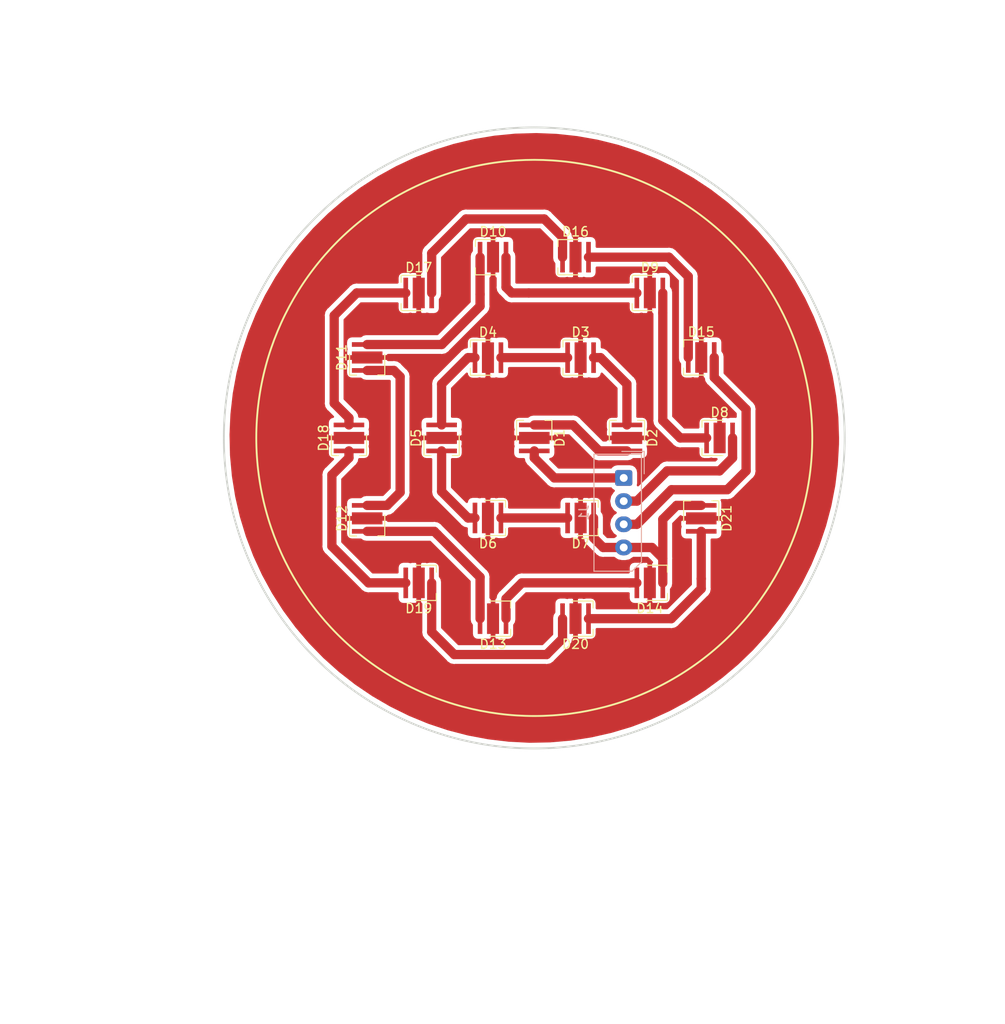
<source format=kicad_pcb>
(kicad_pcb (version 20171130) (host pcbnew "(5.0.2)-1")

  (general
    (thickness 1.6)
    (drawings 2)
    (tracks 91)
    (zones 0)
    (modules 22)
    (nets 24)
  )

  (page A4)
  (layers
    (0 F.Cu signal)
    (31 B.Cu signal)
    (32 B.Adhes user)
    (33 F.Adhes user)
    (34 B.Paste user)
    (35 F.Paste user)
    (36 B.SilkS user)
    (37 F.SilkS user)
    (38 B.Mask user)
    (39 F.Mask user)
    (40 Dwgs.User user)
    (41 Cmts.User user)
    (42 Eco1.User user)
    (43 Eco2.User user)
    (44 Edge.Cuts user)
    (45 Margin user)
    (46 B.CrtYd user)
    (47 F.CrtYd user)
    (48 B.Fab user)
    (49 F.Fab user)
  )

  (setup
    (last_trace_width 0.25)
    (user_trace_width 0.5)
    (user_trace_width 0.8)
    (user_trace_width 1)
    (trace_clearance 0.2)
    (zone_clearance 0.508)
    (zone_45_only no)
    (trace_min 0)
    (segment_width 0.2)
    (edge_width 0.15)
    (via_size 0.8)
    (via_drill 0.4)
    (via_min_size 0)
    (via_min_drill 0)
    (user_via 1 0.5)
    (uvia_size 0.3)
    (uvia_drill 0.1)
    (uvias_allowed no)
    (uvia_min_size 0.2)
    (uvia_min_drill 0.1)
    (pcb_text_width 0.3)
    (pcb_text_size 1.5 1.5)
    (mod_edge_width 0.15)
    (mod_text_size 1 1)
    (mod_text_width 0.15)
    (pad_size 4 4)
    (pad_drill 3)
    (pad_to_mask_clearance 0.051)
    (solder_mask_min_width 0.25)
    (aux_axis_origin 59.182 54.102)
    (grid_origin 59.182 54.102)
    (visible_elements 7FFFF7FF)
    (pcbplotparams
      (layerselection 0x010fc_ffffffff)
      (usegerberextensions false)
      (usegerberattributes false)
      (usegerberadvancedattributes false)
      (creategerberjobfile false)
      (excludeedgelayer true)
      (linewidth 0.100000)
      (plotframeref false)
      (viasonmask false)
      (mode 1)
      (useauxorigin false)
      (hpglpennumber 1)
      (hpglpenspeed 20)
      (hpglpendiameter 15.000000)
      (psnegative false)
      (psa4output false)
      (plotreference true)
      (plotvalue true)
      (plotinvisibletext false)
      (padsonsilk false)
      (subtractmaskfromsilk false)
      (outputformat 1)
      (mirror false)
      (drillshape 1)
      (scaleselection 1)
      (outputdirectory ""))
  )

  (net 0 "")
  (net 1 "Net-(D1-Pad1)")
  (net 2 /Power_A)
  (net 3 "Net-(D2-Pad1)")
  (net 4 /Power_B)
  (net 5 /Power_C)
  (net 6 "Net-(D3-Pad1)")
  (net 7 "Net-(D4-Pad1)")
  (net 8 "Net-(D5-Pad1)")
  (net 9 "Net-(D6-Pad1)")
  (net 10 "Net-(D10-Pad2)")
  (net 11 "Net-(D10-Pad1)")
  (net 12 "Net-(D11-Pad1)")
  (net 13 "Net-(D12-Pad1)")
  (net 14 "Net-(D13-Pad1)")
  (net 15 "Net-(D15-Pad1)")
  (net 16 "Net-(D16-Pad1)")
  (net 17 "Net-(D17-Pad1)")
  (net 18 "Net-(D18-Pad1)")
  (net 19 /Ground)
  (net 20 "Net-(D8-Pad1)")
  (net 21 "Net-(D19-Pad1)")
  (net 22 "Net-(D20-Pad1)")
  (net 23 "Net-(D1-Pad3)")

  (net_class Default "This is the default net class."
    (clearance 0.2)
    (trace_width 0.25)
    (via_dia 0.8)
    (via_drill 0.4)
    (uvia_dia 0.3)
    (uvia_drill 0.1)
    (add_net /Ground)
    (add_net /Power_A)
    (add_net /Power_B)
    (add_net /Power_C)
    (add_net "Net-(D1-Pad1)")
    (add_net "Net-(D1-Pad3)")
    (add_net "Net-(D10-Pad1)")
    (add_net "Net-(D10-Pad2)")
    (add_net "Net-(D11-Pad1)")
    (add_net "Net-(D12-Pad1)")
    (add_net "Net-(D13-Pad1)")
    (add_net "Net-(D15-Pad1)")
    (add_net "Net-(D16-Pad1)")
    (add_net "Net-(D17-Pad1)")
    (add_net "Net-(D18-Pad1)")
    (add_net "Net-(D19-Pad1)")
    (add_net "Net-(D2-Pad1)")
    (add_net "Net-(D20-Pad1)")
    (add_net "Net-(D3-Pad1)")
    (add_net "Net-(D4-Pad1)")
    (add_net "Net-(D5-Pad1)")
    (add_net "Net-(D6-Pad1)")
    (add_net "Net-(D8-Pad1)")
  )

  (module LED_SMD:LED_Cree-XP (layer F.Cu) (tedit 5D66B067) (tstamp 5D73E555)
    (at 158.481377 83.607675 270)
    (descr "LED Cree-XP http://www.cree.com/~/media/Files/Cree/LED-Components-and-Modules/XLamp/Data-and-Binning/XLampXPE2.pdf")
    (tags "LED Cree XP")
    (path /5BFF278C)
    (attr smd)
    (fp_text reference D21 (at 0 -2.75 270) (layer F.SilkS)
      (effects (font (size 1 1) (thickness 0.15)))
    )
    (fp_text value LED_PAD (at 0 2.75 270) (layer F.Fab)
      (effects (font (size 1 1) (thickness 0.15)))
    )
    (fp_text user %R (at 0 0 270) (layer F.Fab)
      (effects (font (size 0.8 0.8) (thickness 0.08)))
    )
    (fp_line (start -1.65 -1.65) (end 1.65 -1.65) (layer F.Fab) (width 0.1))
    (fp_line (start 1.65 -1.65) (end 1.65 1.65) (layer F.Fab) (width 0.1))
    (fp_line (start 1.65 1.65) (end -1.65 1.65) (layer F.Fab) (width 0.1))
    (fp_line (start -1.65 1.65) (end -1.65 -1.65) (layer F.Fab) (width 0.1))
    (fp_line (start -2 -2) (end 2 -2) (layer F.CrtYd) (width 0.05))
    (fp_line (start 2 -2) (end 2 2) (layer F.CrtYd) (width 0.05))
    (fp_line (start 2 2) (end -2 2) (layer F.CrtYd) (width 0.05))
    (fp_line (start -2 2) (end -2 -2) (layer F.CrtYd) (width 0.05))
    (fp_line (start 0.35 -1.9) (end -1.9 -1.9) (layer F.SilkS) (width 0.12))
    (fp_line (start -1.9 -1.9) (end -1.9 -1.15) (layer F.SilkS) (width 0.12))
    (fp_line (start 0.35 1.9) (end -1.9 1.9) (layer F.SilkS) (width 0.12))
    (fp_line (start -1.9 1.9) (end -1.9 1.15) (layer F.SilkS) (width 0.12))
    (fp_line (start 1.25 0) (end 0.5 0) (layer F.Fab) (width 0.1))
    (fp_line (start -1.25 0) (end -0.5 0) (layer F.Fab) (width 0.1))
    (fp_line (start 0.5 -0.5) (end 0.5 0.5) (layer F.Fab) (width 0.1))
    (fp_line (start 0.5 0.5) (end -0.5 0) (layer F.Fab) (width 0.1))
    (fp_line (start -0.5 0) (end 0.5 -0.5) (layer F.Fab) (width 0.1))
    (fp_line (start -0.5 -0.5) (end -0.5 0.5) (layer F.Fab) (width 0.1))
    (pad 3 smd rect (at 0 -1 270) (size 1.01 0.75) (layers F.Paste)
      (net 23 "Net-(D1-Pad3)"))
    (pad 3 smd rect (at 0 1 270) (size 1.01 0.75) (layers F.Paste)
      (net 23 "Net-(D1-Pad3)"))
    (pad 3 smd rect (at 0 0 270) (size 1.01 0.75) (layers F.Paste)
      (net 23 "Net-(D1-Pad3)"))
    (pad 3 smd rect (at 0 0 270) (size 1.3 3.3) (layers F.Cu F.Mask)
      (net 23 "Net-(D1-Pad3)"))
    (pad 1 smd rect (at -1.4 0 270) (size 0.5 3.3) (layers F.Cu F.Paste F.Mask)
      (net 19 /Ground))
    (pad 2 smd rect (at 1.4 0 270) (size 0.5 3.3) (layers F.Cu F.Paste F.Mask)
      (net 22 "Net-(D20-Pad1)"))
    (model ${KIPRJMOD}/XPL_3D_STEP.stp
      (at (xyz 0 0 0))
      (scale (xyz 1 1 1))
      (rotate (xyz 0 0 0))
    )
  )

  (module LED_SMD:LED_Cree-XP (layer F.Cu) (tedit 5D66B04C) (tstamp 5D73E539)
    (at 152.931796 90.56663 180)
    (descr "LED Cree-XP http://www.cree.com/~/media/Files/Cree/LED-Components-and-Modules/XLamp/Data-and-Binning/XLampXPE2.pdf")
    (tags "LED Cree XP")
    (path /5BFF1EC1)
    (attr smd)
    (fp_text reference D14 (at 0 -2.75 180) (layer F.SilkS)
      (effects (font (size 1 1) (thickness 0.15)))
    )
    (fp_text value LED_PAD (at 0 2.75 180) (layer F.Fab)
      (effects (font (size 1 1) (thickness 0.15)))
    )
    (fp_line (start -0.5 -0.5) (end -0.5 0.5) (layer F.Fab) (width 0.1))
    (fp_line (start -0.5 0) (end 0.5 -0.5) (layer F.Fab) (width 0.1))
    (fp_line (start 0.5 0.5) (end -0.5 0) (layer F.Fab) (width 0.1))
    (fp_line (start 0.5 -0.5) (end 0.5 0.5) (layer F.Fab) (width 0.1))
    (fp_line (start -1.25 0) (end -0.5 0) (layer F.Fab) (width 0.1))
    (fp_line (start 1.25 0) (end 0.5 0) (layer F.Fab) (width 0.1))
    (fp_line (start -1.9 1.9) (end -1.9 1.15) (layer F.SilkS) (width 0.12))
    (fp_line (start 0.35 1.9) (end -1.9 1.9) (layer F.SilkS) (width 0.12))
    (fp_line (start -1.9 -1.9) (end -1.9 -1.15) (layer F.SilkS) (width 0.12))
    (fp_line (start 0.35 -1.9) (end -1.9 -1.9) (layer F.SilkS) (width 0.12))
    (fp_line (start -2 2) (end -2 -2) (layer F.CrtYd) (width 0.05))
    (fp_line (start 2 2) (end -2 2) (layer F.CrtYd) (width 0.05))
    (fp_line (start 2 -2) (end 2 2) (layer F.CrtYd) (width 0.05))
    (fp_line (start -2 -2) (end 2 -2) (layer F.CrtYd) (width 0.05))
    (fp_line (start -1.65 1.65) (end -1.65 -1.65) (layer F.Fab) (width 0.1))
    (fp_line (start 1.65 1.65) (end -1.65 1.65) (layer F.Fab) (width 0.1))
    (fp_line (start 1.65 -1.65) (end 1.65 1.65) (layer F.Fab) (width 0.1))
    (fp_line (start -1.65 -1.65) (end 1.65 -1.65) (layer F.Fab) (width 0.1))
    (fp_text user %R (at 0 0 180) (layer F.Fab)
      (effects (font (size 0.8 0.8) (thickness 0.08)))
    )
    (pad 2 smd rect (at 1.4 0 180) (size 0.5 3.3) (layers F.Cu F.Paste F.Mask)
      (net 14 "Net-(D13-Pad1)"))
    (pad 1 smd rect (at -1.4 0 180) (size 0.5 3.3) (layers F.Cu F.Paste F.Mask)
      (net 19 /Ground))
    (pad 3 smd rect (at 0 0 180) (size 1.3 3.3) (layers F.Cu F.Mask)
      (net 23 "Net-(D1-Pad3)"))
    (pad 3 smd rect (at 0 0 180) (size 1.01 0.75) (layers F.Paste)
      (net 23 "Net-(D1-Pad3)"))
    (pad 3 smd rect (at 0 1 180) (size 1.01 0.75) (layers F.Paste)
      (net 23 "Net-(D1-Pad3)"))
    (pad 3 smd rect (at 0 -1 180) (size 1.01 0.75) (layers F.Paste)
      (net 23 "Net-(D1-Pad3)"))
    (model ${KIPRJMOD}/XPL_3D_STEP.stp
      (at (xyz 0 0 0))
      (scale (xyz 1 1 1))
      (rotate (xyz 0 0 0))
    )
  )

  (module LED_SMD:LED_Cree-XP (layer F.Cu) (tedit 5D66B064) (tstamp 5D73E51D)
    (at 144.912419 94.428558 180)
    (descr "LED Cree-XP http://www.cree.com/~/media/Files/Cree/LED-Components-and-Modules/XLamp/Data-and-Binning/XLampXPE2.pdf")
    (tags "LED Cree XP")
    (path /5BFF2793)
    (attr smd)
    (fp_text reference D20 (at 0 -2.75 180) (layer F.SilkS)
      (effects (font (size 1 1) (thickness 0.15)))
    )
    (fp_text value LED_PAD (at 0 2.75 180) (layer F.Fab)
      (effects (font (size 1 1) (thickness 0.15)))
    )
    (fp_line (start -0.5 -0.5) (end -0.5 0.5) (layer F.Fab) (width 0.1))
    (fp_line (start -0.5 0) (end 0.5 -0.5) (layer F.Fab) (width 0.1))
    (fp_line (start 0.5 0.5) (end -0.5 0) (layer F.Fab) (width 0.1))
    (fp_line (start 0.5 -0.5) (end 0.5 0.5) (layer F.Fab) (width 0.1))
    (fp_line (start -1.25 0) (end -0.5 0) (layer F.Fab) (width 0.1))
    (fp_line (start 1.25 0) (end 0.5 0) (layer F.Fab) (width 0.1))
    (fp_line (start -1.9 1.9) (end -1.9 1.15) (layer F.SilkS) (width 0.12))
    (fp_line (start 0.35 1.9) (end -1.9 1.9) (layer F.SilkS) (width 0.12))
    (fp_line (start -1.9 -1.9) (end -1.9 -1.15) (layer F.SilkS) (width 0.12))
    (fp_line (start 0.35 -1.9) (end -1.9 -1.9) (layer F.SilkS) (width 0.12))
    (fp_line (start -2 2) (end -2 -2) (layer F.CrtYd) (width 0.05))
    (fp_line (start 2 2) (end -2 2) (layer F.CrtYd) (width 0.05))
    (fp_line (start 2 -2) (end 2 2) (layer F.CrtYd) (width 0.05))
    (fp_line (start -2 -2) (end 2 -2) (layer F.CrtYd) (width 0.05))
    (fp_line (start -1.65 1.65) (end -1.65 -1.65) (layer F.Fab) (width 0.1))
    (fp_line (start 1.65 1.65) (end -1.65 1.65) (layer F.Fab) (width 0.1))
    (fp_line (start 1.65 -1.65) (end 1.65 1.65) (layer F.Fab) (width 0.1))
    (fp_line (start -1.65 -1.65) (end 1.65 -1.65) (layer F.Fab) (width 0.1))
    (fp_text user %R (at 0 0 180) (layer F.Fab)
      (effects (font (size 0.8 0.8) (thickness 0.08)))
    )
    (pad 2 smd rect (at 1.4 0 180) (size 0.5 3.3) (layers F.Cu F.Paste F.Mask)
      (net 21 "Net-(D19-Pad1)"))
    (pad 1 smd rect (at -1.4 0 180) (size 0.5 3.3) (layers F.Cu F.Paste F.Mask)
      (net 22 "Net-(D20-Pad1)"))
    (pad 3 smd rect (at 0 0 180) (size 1.3 3.3) (layers F.Cu F.Mask)
      (net 23 "Net-(D1-Pad3)"))
    (pad 3 smd rect (at 0 0 180) (size 1.01 0.75) (layers F.Paste)
      (net 23 "Net-(D1-Pad3)"))
    (pad 3 smd rect (at 0 1 180) (size 1.01 0.75) (layers F.Paste)
      (net 23 "Net-(D1-Pad3)"))
    (pad 3 smd rect (at 0 -1 180) (size 1.01 0.75) (layers F.Paste)
      (net 23 "Net-(D1-Pad3)"))
    (model ${KIPRJMOD}/XPL_3D_STEP.stp
      (at (xyz 0 0 0))
      (scale (xyz 1 1 1))
      (rotate (xyz 0 0 0))
    )
  )

  (module LED_SMD:LED_Cree-XP (layer F.Cu) (tedit 5D66B048) (tstamp 5D73E501)
    (at 136.011581 94.428558 180)
    (descr "LED Cree-XP http://www.cree.com/~/media/Files/Cree/LED-Components-and-Modules/XLamp/Data-and-Binning/XLampXPE2.pdf")
    (tags "LED Cree XP")
    (path /5BFF1EC8)
    (attr smd)
    (fp_text reference D13 (at 0 -2.75 180) (layer F.SilkS)
      (effects (font (size 1 1) (thickness 0.15)))
    )
    (fp_text value LED_PAD (at 0 2.75 180) (layer F.Fab)
      (effects (font (size 1 1) (thickness 0.15)))
    )
    (fp_text user %R (at 0 0 180) (layer F.Fab)
      (effects (font (size 0.8 0.8) (thickness 0.08)))
    )
    (fp_line (start -1.65 -1.65) (end 1.65 -1.65) (layer F.Fab) (width 0.1))
    (fp_line (start 1.65 -1.65) (end 1.65 1.65) (layer F.Fab) (width 0.1))
    (fp_line (start 1.65 1.65) (end -1.65 1.65) (layer F.Fab) (width 0.1))
    (fp_line (start -1.65 1.65) (end -1.65 -1.65) (layer F.Fab) (width 0.1))
    (fp_line (start -2 -2) (end 2 -2) (layer F.CrtYd) (width 0.05))
    (fp_line (start 2 -2) (end 2 2) (layer F.CrtYd) (width 0.05))
    (fp_line (start 2 2) (end -2 2) (layer F.CrtYd) (width 0.05))
    (fp_line (start -2 2) (end -2 -2) (layer F.CrtYd) (width 0.05))
    (fp_line (start 0.35 -1.9) (end -1.9 -1.9) (layer F.SilkS) (width 0.12))
    (fp_line (start -1.9 -1.9) (end -1.9 -1.15) (layer F.SilkS) (width 0.12))
    (fp_line (start 0.35 1.9) (end -1.9 1.9) (layer F.SilkS) (width 0.12))
    (fp_line (start -1.9 1.9) (end -1.9 1.15) (layer F.SilkS) (width 0.12))
    (fp_line (start 1.25 0) (end 0.5 0) (layer F.Fab) (width 0.1))
    (fp_line (start -1.25 0) (end -0.5 0) (layer F.Fab) (width 0.1))
    (fp_line (start 0.5 -0.5) (end 0.5 0.5) (layer F.Fab) (width 0.1))
    (fp_line (start 0.5 0.5) (end -0.5 0) (layer F.Fab) (width 0.1))
    (fp_line (start -0.5 0) (end 0.5 -0.5) (layer F.Fab) (width 0.1))
    (fp_line (start -0.5 -0.5) (end -0.5 0.5) (layer F.Fab) (width 0.1))
    (pad 3 smd rect (at 0 -1 180) (size 1.01 0.75) (layers F.Paste)
      (net 23 "Net-(D1-Pad3)"))
    (pad 3 smd rect (at 0 1 180) (size 1.01 0.75) (layers F.Paste)
      (net 23 "Net-(D1-Pad3)"))
    (pad 3 smd rect (at 0 0 180) (size 1.01 0.75) (layers F.Paste)
      (net 23 "Net-(D1-Pad3)"))
    (pad 3 smd rect (at 0 0 180) (size 1.3 3.3) (layers F.Cu F.Mask)
      (net 23 "Net-(D1-Pad3)"))
    (pad 1 smd rect (at -1.4 0 180) (size 0.5 3.3) (layers F.Cu F.Paste F.Mask)
      (net 14 "Net-(D13-Pad1)"))
    (pad 2 smd rect (at 1.4 0 180) (size 0.5 3.3) (layers F.Cu F.Paste F.Mask)
      (net 13 "Net-(D12-Pad1)"))
    (model ${KIPRJMOD}/XPL_3D_STEP.stp
      (at (xyz 0 0 0))
      (scale (xyz 1 1 1))
      (rotate (xyz 0 0 0))
    )
  )

  (module LED_SMD:LED_Cree-XP (layer F.Cu) (tedit 5D66B061) (tstamp 5D7418A8)
    (at 127.992204 90.56663 180)
    (descr "LED Cree-XP http://www.cree.com/~/media/Files/Cree/LED-Components-and-Modules/XLamp/Data-and-Binning/XLampXPE2.pdf")
    (tags "LED Cree XP")
    (path /5BFF279A)
    (attr smd)
    (fp_text reference D19 (at 0 -2.75 180) (layer F.SilkS)
      (effects (font (size 1 1) (thickness 0.15)))
    )
    (fp_text value LED_PAD (at 0 2.75 180) (layer F.Fab)
      (effects (font (size 1 1) (thickness 0.15)))
    )
    (fp_text user %R (at 0 0 180) (layer F.Fab)
      (effects (font (size 0.8 0.8) (thickness 0.08)))
    )
    (fp_line (start -1.65 -1.65) (end 1.65 -1.65) (layer F.Fab) (width 0.1))
    (fp_line (start 1.65 -1.65) (end 1.65 1.65) (layer F.Fab) (width 0.1))
    (fp_line (start 1.65 1.65) (end -1.65 1.65) (layer F.Fab) (width 0.1))
    (fp_line (start -1.65 1.65) (end -1.65 -1.65) (layer F.Fab) (width 0.1))
    (fp_line (start -2 -2) (end 2 -2) (layer F.CrtYd) (width 0.05))
    (fp_line (start 2 -2) (end 2 2) (layer F.CrtYd) (width 0.05))
    (fp_line (start 2 2) (end -2 2) (layer F.CrtYd) (width 0.05))
    (fp_line (start -2 2) (end -2 -2) (layer F.CrtYd) (width 0.05))
    (fp_line (start 0.35 -1.9) (end -1.9 -1.9) (layer F.SilkS) (width 0.12))
    (fp_line (start -1.9 -1.9) (end -1.9 -1.15) (layer F.SilkS) (width 0.12))
    (fp_line (start 0.35 1.9) (end -1.9 1.9) (layer F.SilkS) (width 0.12))
    (fp_line (start -1.9 1.9) (end -1.9 1.15) (layer F.SilkS) (width 0.12))
    (fp_line (start 1.25 0) (end 0.5 0) (layer F.Fab) (width 0.1))
    (fp_line (start -1.25 0) (end -0.5 0) (layer F.Fab) (width 0.1))
    (fp_line (start 0.5 -0.5) (end 0.5 0.5) (layer F.Fab) (width 0.1))
    (fp_line (start 0.5 0.5) (end -0.5 0) (layer F.Fab) (width 0.1))
    (fp_line (start -0.5 0) (end 0.5 -0.5) (layer F.Fab) (width 0.1))
    (fp_line (start -0.5 -0.5) (end -0.5 0.5) (layer F.Fab) (width 0.1))
    (pad 3 smd rect (at 0 -1 180) (size 1.01 0.75) (layers F.Paste)
      (net 23 "Net-(D1-Pad3)"))
    (pad 3 smd rect (at 0 1 180) (size 1.01 0.75) (layers F.Paste)
      (net 23 "Net-(D1-Pad3)"))
    (pad 3 smd rect (at 0 0 180) (size 1.01 0.75) (layers F.Paste)
      (net 23 "Net-(D1-Pad3)"))
    (pad 3 smd rect (at 0 0 180) (size 1.3 3.3) (layers F.Cu F.Mask)
      (net 23 "Net-(D1-Pad3)"))
    (pad 1 smd rect (at -1.4 0 180) (size 0.5 3.3) (layers F.Cu F.Paste F.Mask)
      (net 21 "Net-(D19-Pad1)"))
    (pad 2 smd rect (at 1.4 0 180) (size 0.5 3.3) (layers F.Cu F.Paste F.Mask)
      (net 18 "Net-(D18-Pad1)"))
    (model ${KIPRJMOD}/XPL_3D_STEP.stp
      (at (xyz 0 0 0))
      (scale (xyz 1 1 1))
      (rotate (xyz 0 0 0))
    )
  )

  (module LED_SMD:LED_Cree-XP (layer F.Cu) (tedit 5D66B045) (tstamp 5D741737)
    (at 122.428 83.607675 90)
    (descr "LED Cree-XP http://www.cree.com/~/media/Files/Cree/LED-Components-and-Modules/XLamp/Data-and-Binning/XLampXPE2.pdf")
    (tags "LED Cree XP")
    (path /5BFF1ECF)
    (attr smd)
    (fp_text reference D12 (at 0 -2.75 90) (layer F.SilkS)
      (effects (font (size 1 1) (thickness 0.15)))
    )
    (fp_text value LED_PAD (at 0 2.75 90) (layer F.Fab)
      (effects (font (size 1 1) (thickness 0.15)))
    )
    (fp_text user %R (at 0 0 90) (layer F.Fab)
      (effects (font (size 0.8 0.8) (thickness 0.08)))
    )
    (fp_line (start -1.65 -1.65) (end 1.65 -1.65) (layer F.Fab) (width 0.1))
    (fp_line (start 1.65 -1.65) (end 1.65 1.65) (layer F.Fab) (width 0.1))
    (fp_line (start 1.65 1.65) (end -1.65 1.65) (layer F.Fab) (width 0.1))
    (fp_line (start -1.65 1.65) (end -1.65 -1.65) (layer F.Fab) (width 0.1))
    (fp_line (start -2 -2) (end 2 -2) (layer F.CrtYd) (width 0.05))
    (fp_line (start 2 -2) (end 2 2) (layer F.CrtYd) (width 0.05))
    (fp_line (start 2 2) (end -2 2) (layer F.CrtYd) (width 0.05))
    (fp_line (start -2 2) (end -2 -2) (layer F.CrtYd) (width 0.05))
    (fp_line (start 0.35 -1.9) (end -1.9 -1.9) (layer F.SilkS) (width 0.12))
    (fp_line (start -1.9 -1.9) (end -1.9 -1.15) (layer F.SilkS) (width 0.12))
    (fp_line (start 0.35 1.9) (end -1.9 1.9) (layer F.SilkS) (width 0.12))
    (fp_line (start -1.9 1.9) (end -1.9 1.15) (layer F.SilkS) (width 0.12))
    (fp_line (start 1.25 0) (end 0.5 0) (layer F.Fab) (width 0.1))
    (fp_line (start -1.25 0) (end -0.5 0) (layer F.Fab) (width 0.1))
    (fp_line (start 0.5 -0.5) (end 0.5 0.5) (layer F.Fab) (width 0.1))
    (fp_line (start 0.5 0.5) (end -0.5 0) (layer F.Fab) (width 0.1))
    (fp_line (start -0.5 0) (end 0.5 -0.5) (layer F.Fab) (width 0.1))
    (fp_line (start -0.5 -0.5) (end -0.5 0.5) (layer F.Fab) (width 0.1))
    (pad 3 smd rect (at 0 -1 90) (size 1.01 0.75) (layers F.Paste)
      (net 23 "Net-(D1-Pad3)"))
    (pad 3 smd rect (at 0 1 90) (size 1.01 0.75) (layers F.Paste)
      (net 23 "Net-(D1-Pad3)"))
    (pad 3 smd rect (at 0 0 90) (size 1.01 0.75) (layers F.Paste)
      (net 23 "Net-(D1-Pad3)"))
    (pad 3 smd rect (at 0 0 90) (size 1.3 3.3) (layers F.Cu F.Mask)
      (net 23 "Net-(D1-Pad3)"))
    (pad 1 smd rect (at -1.4 0 90) (size 0.5 3.3) (layers F.Cu F.Paste F.Mask)
      (net 13 "Net-(D12-Pad1)"))
    (pad 2 smd rect (at 1.4 0 90) (size 0.5 3.3) (layers F.Cu F.Paste F.Mask)
      (net 12 "Net-(D11-Pad1)"))
    (model ${KIPRJMOD}/XPL_3D_STEP.stp
      (at (xyz 0 0 0))
      (scale (xyz 1 1 1))
      (rotate (xyz 0 0 0))
    )
  )

  (module LED_SMD:LED_Cree-XP (layer F.Cu) (tedit 5D66B05E) (tstamp 5D73E4AD)
    (at 120.462 74.93 90)
    (descr "LED Cree-XP http://www.cree.com/~/media/Files/Cree/LED-Components-and-Modules/XLamp/Data-and-Binning/XLampXPE2.pdf")
    (tags "LED Cree XP")
    (path /5BFF27A1)
    (attr smd)
    (fp_text reference D18 (at 0 -2.75 90) (layer F.SilkS)
      (effects (font (size 1 1) (thickness 0.15)))
    )
    (fp_text value LED_PAD (at 0 2.75 90) (layer F.Fab)
      (effects (font (size 1 1) (thickness 0.15)))
    )
    (fp_line (start -0.5 -0.5) (end -0.5 0.5) (layer F.Fab) (width 0.1))
    (fp_line (start -0.5 0) (end 0.5 -0.5) (layer F.Fab) (width 0.1))
    (fp_line (start 0.5 0.5) (end -0.5 0) (layer F.Fab) (width 0.1))
    (fp_line (start 0.5 -0.5) (end 0.5 0.5) (layer F.Fab) (width 0.1))
    (fp_line (start -1.25 0) (end -0.5 0) (layer F.Fab) (width 0.1))
    (fp_line (start 1.25 0) (end 0.5 0) (layer F.Fab) (width 0.1))
    (fp_line (start -1.9 1.9) (end -1.9 1.15) (layer F.SilkS) (width 0.12))
    (fp_line (start 0.35 1.9) (end -1.9 1.9) (layer F.SilkS) (width 0.12))
    (fp_line (start -1.9 -1.9) (end -1.9 -1.15) (layer F.SilkS) (width 0.12))
    (fp_line (start 0.35 -1.9) (end -1.9 -1.9) (layer F.SilkS) (width 0.12))
    (fp_line (start -2 2) (end -2 -2) (layer F.CrtYd) (width 0.05))
    (fp_line (start 2 2) (end -2 2) (layer F.CrtYd) (width 0.05))
    (fp_line (start 2 -2) (end 2 2) (layer F.CrtYd) (width 0.05))
    (fp_line (start -2 -2) (end 2 -2) (layer F.CrtYd) (width 0.05))
    (fp_line (start -1.65 1.65) (end -1.65 -1.65) (layer F.Fab) (width 0.1))
    (fp_line (start 1.65 1.65) (end -1.65 1.65) (layer F.Fab) (width 0.1))
    (fp_line (start 1.65 -1.65) (end 1.65 1.65) (layer F.Fab) (width 0.1))
    (fp_line (start -1.65 -1.65) (end 1.65 -1.65) (layer F.Fab) (width 0.1))
    (fp_text user %R (at 0 0 90) (layer F.Fab)
      (effects (font (size 0.8 0.8) (thickness 0.08)))
    )
    (pad 2 smd rect (at 1.4 0 90) (size 0.5 3.3) (layers F.Cu F.Paste F.Mask)
      (net 17 "Net-(D17-Pad1)"))
    (pad 1 smd rect (at -1.4 0 90) (size 0.5 3.3) (layers F.Cu F.Paste F.Mask)
      (net 18 "Net-(D18-Pad1)"))
    (pad 3 smd rect (at 0 0 90) (size 1.3 3.3) (layers F.Cu F.Mask)
      (net 23 "Net-(D1-Pad3)"))
    (pad 3 smd rect (at 0 0 90) (size 1.01 0.75) (layers F.Paste)
      (net 23 "Net-(D1-Pad3)"))
    (pad 3 smd rect (at 0 1 90) (size 1.01 0.75) (layers F.Paste)
      (net 23 "Net-(D1-Pad3)"))
    (pad 3 smd rect (at 0 -1 90) (size 1.01 0.75) (layers F.Paste)
      (net 23 "Net-(D1-Pad3)"))
    (model ${KIPRJMOD}/XPL_3D_STEP.stp
      (at (xyz 0 0 0))
      (scale (xyz 1 1 1))
      (rotate (xyz 0 0 0))
    )
  )

  (module LED_SMD:LED_Cree-XP (layer F.Cu) (tedit 5D66B03E) (tstamp 5D741549)
    (at 122.428 66.252325 90)
    (descr "LED Cree-XP http://www.cree.com/~/media/Files/Cree/LED-Components-and-Modules/XLamp/Data-and-Binning/XLampXPE2.pdf")
    (tags "LED Cree XP")
    (path /5BFF1ED6)
    (attr smd)
    (fp_text reference D11 (at 0 -2.75 90) (layer F.SilkS)
      (effects (font (size 1 1) (thickness 0.15)))
    )
    (fp_text value LED_PAD (at 0 2.75 90) (layer F.Fab)
      (effects (font (size 1 1) (thickness 0.15)))
    )
    (fp_text user %R (at 0 0 90) (layer F.Fab)
      (effects (font (size 0.8 0.8) (thickness 0.08)))
    )
    (fp_line (start -1.65 -1.65) (end 1.65 -1.65) (layer F.Fab) (width 0.1))
    (fp_line (start 1.65 -1.65) (end 1.65 1.65) (layer F.Fab) (width 0.1))
    (fp_line (start 1.65 1.65) (end -1.65 1.65) (layer F.Fab) (width 0.1))
    (fp_line (start -1.65 1.65) (end -1.65 -1.65) (layer F.Fab) (width 0.1))
    (fp_line (start -2 -2) (end 2 -2) (layer F.CrtYd) (width 0.05))
    (fp_line (start 2 -2) (end 2 2) (layer F.CrtYd) (width 0.05))
    (fp_line (start 2 2) (end -2 2) (layer F.CrtYd) (width 0.05))
    (fp_line (start -2 2) (end -2 -2) (layer F.CrtYd) (width 0.05))
    (fp_line (start 0.35 -1.9) (end -1.9 -1.9) (layer F.SilkS) (width 0.12))
    (fp_line (start -1.9 -1.9) (end -1.9 -1.15) (layer F.SilkS) (width 0.12))
    (fp_line (start 0.35 1.9) (end -1.9 1.9) (layer F.SilkS) (width 0.12))
    (fp_line (start -1.9 1.9) (end -1.9 1.15) (layer F.SilkS) (width 0.12))
    (fp_line (start 1.25 0) (end 0.5 0) (layer F.Fab) (width 0.1))
    (fp_line (start -1.25 0) (end -0.5 0) (layer F.Fab) (width 0.1))
    (fp_line (start 0.5 -0.5) (end 0.5 0.5) (layer F.Fab) (width 0.1))
    (fp_line (start 0.5 0.5) (end -0.5 0) (layer F.Fab) (width 0.1))
    (fp_line (start -0.5 0) (end 0.5 -0.5) (layer F.Fab) (width 0.1))
    (fp_line (start -0.5 -0.5) (end -0.5 0.5) (layer F.Fab) (width 0.1))
    (pad 3 smd rect (at 0 -1 90) (size 1.01 0.75) (layers F.Paste)
      (net 23 "Net-(D1-Pad3)"))
    (pad 3 smd rect (at 0 1 90) (size 1.01 0.75) (layers F.Paste)
      (net 23 "Net-(D1-Pad3)"))
    (pad 3 smd rect (at 0 0 90) (size 1.01 0.75) (layers F.Paste)
      (net 23 "Net-(D1-Pad3)"))
    (pad 3 smd rect (at 0 0 90) (size 1.3 3.3) (layers F.Cu F.Mask)
      (net 23 "Net-(D1-Pad3)"))
    (pad 1 smd rect (at -1.4 0 90) (size 0.5 3.3) (layers F.Cu F.Paste F.Mask)
      (net 12 "Net-(D11-Pad1)"))
    (pad 2 smd rect (at 1.4 0 90) (size 0.5 3.3) (layers F.Cu F.Paste F.Mask)
      (net 11 "Net-(D10-Pad1)"))
    (model ${KIPRJMOD}/XPL_3D_STEP.stp
      (at (xyz 0 0 0))
      (scale (xyz 1 1 1))
      (rotate (xyz 0 0 0))
    )
  )

  (module LED_SMD:LED_Cree-XP (layer F.Cu) (tedit 5D66B05A) (tstamp 5D73E475)
    (at 127.992204 59.29337)
    (descr "LED Cree-XP http://www.cree.com/~/media/Files/Cree/LED-Components-and-Modules/XLamp/Data-and-Binning/XLampXPE2.pdf")
    (tags "LED Cree XP")
    (path /5BFF27A9)
    (attr smd)
    (fp_text reference D17 (at 0 -2.75) (layer F.SilkS)
      (effects (font (size 1 1) (thickness 0.15)))
    )
    (fp_text value LED_PAD (at 0 2.75) (layer F.Fab)
      (effects (font (size 1 1) (thickness 0.15)))
    )
    (fp_text user %R (at 0 0) (layer F.Fab)
      (effects (font (size 0.8 0.8) (thickness 0.08)))
    )
    (fp_line (start -1.65 -1.65) (end 1.65 -1.65) (layer F.Fab) (width 0.1))
    (fp_line (start 1.65 -1.65) (end 1.65 1.65) (layer F.Fab) (width 0.1))
    (fp_line (start 1.65 1.65) (end -1.65 1.65) (layer F.Fab) (width 0.1))
    (fp_line (start -1.65 1.65) (end -1.65 -1.65) (layer F.Fab) (width 0.1))
    (fp_line (start -2 -2) (end 2 -2) (layer F.CrtYd) (width 0.05))
    (fp_line (start 2 -2) (end 2 2) (layer F.CrtYd) (width 0.05))
    (fp_line (start 2 2) (end -2 2) (layer F.CrtYd) (width 0.05))
    (fp_line (start -2 2) (end -2 -2) (layer F.CrtYd) (width 0.05))
    (fp_line (start 0.35 -1.9) (end -1.9 -1.9) (layer F.SilkS) (width 0.12))
    (fp_line (start -1.9 -1.9) (end -1.9 -1.15) (layer F.SilkS) (width 0.12))
    (fp_line (start 0.35 1.9) (end -1.9 1.9) (layer F.SilkS) (width 0.12))
    (fp_line (start -1.9 1.9) (end -1.9 1.15) (layer F.SilkS) (width 0.12))
    (fp_line (start 1.25 0) (end 0.5 0) (layer F.Fab) (width 0.1))
    (fp_line (start -1.25 0) (end -0.5 0) (layer F.Fab) (width 0.1))
    (fp_line (start 0.5 -0.5) (end 0.5 0.5) (layer F.Fab) (width 0.1))
    (fp_line (start 0.5 0.5) (end -0.5 0) (layer F.Fab) (width 0.1))
    (fp_line (start -0.5 0) (end 0.5 -0.5) (layer F.Fab) (width 0.1))
    (fp_line (start -0.5 -0.5) (end -0.5 0.5) (layer F.Fab) (width 0.1))
    (pad 3 smd rect (at 0 -1) (size 1.01 0.75) (layers F.Paste)
      (net 23 "Net-(D1-Pad3)"))
    (pad 3 smd rect (at 0 1) (size 1.01 0.75) (layers F.Paste)
      (net 23 "Net-(D1-Pad3)"))
    (pad 3 smd rect (at 0 0) (size 1.01 0.75) (layers F.Paste)
      (net 23 "Net-(D1-Pad3)"))
    (pad 3 smd rect (at 0 0) (size 1.3 3.3) (layers F.Cu F.Mask)
      (net 23 "Net-(D1-Pad3)"))
    (pad 1 smd rect (at -1.4 0) (size 0.5 3.3) (layers F.Cu F.Paste F.Mask)
      (net 17 "Net-(D17-Pad1)"))
    (pad 2 smd rect (at 1.4 0) (size 0.5 3.3) (layers F.Cu F.Paste F.Mask)
      (net 16 "Net-(D16-Pad1)"))
    (model ${KIPRJMOD}/XPL_3D_STEP.stp
      (at (xyz 0 0 0))
      (scale (xyz 1 1 1))
      (rotate (xyz 0 0 0))
    )
  )

  (module LED_SMD:LED_Cree-XP (layer F.Cu) (tedit 5D66B03A) (tstamp 5D73E459)
    (at 136.011581 55.431442)
    (descr "LED Cree-XP http://www.cree.com/~/media/Files/Cree/LED-Components-and-Modules/XLamp/Data-and-Binning/XLampXPE2.pdf")
    (tags "LED Cree XP")
    (path /5BFF1EDE)
    (attr smd)
    (fp_text reference D10 (at 0 -2.75) (layer F.SilkS)
      (effects (font (size 1 1) (thickness 0.15)))
    )
    (fp_text value LED_PAD (at 0 2.75) (layer F.Fab)
      (effects (font (size 1 1) (thickness 0.15)))
    )
    (fp_text user %R (at 0 0) (layer F.Fab)
      (effects (font (size 0.8 0.8) (thickness 0.08)))
    )
    (fp_line (start -1.65 -1.65) (end 1.65 -1.65) (layer F.Fab) (width 0.1))
    (fp_line (start 1.65 -1.65) (end 1.65 1.65) (layer F.Fab) (width 0.1))
    (fp_line (start 1.65 1.65) (end -1.65 1.65) (layer F.Fab) (width 0.1))
    (fp_line (start -1.65 1.65) (end -1.65 -1.65) (layer F.Fab) (width 0.1))
    (fp_line (start -2 -2) (end 2 -2) (layer F.CrtYd) (width 0.05))
    (fp_line (start 2 -2) (end 2 2) (layer F.CrtYd) (width 0.05))
    (fp_line (start 2 2) (end -2 2) (layer F.CrtYd) (width 0.05))
    (fp_line (start -2 2) (end -2 -2) (layer F.CrtYd) (width 0.05))
    (fp_line (start 0.35 -1.9) (end -1.9 -1.9) (layer F.SilkS) (width 0.12))
    (fp_line (start -1.9 -1.9) (end -1.9 -1.15) (layer F.SilkS) (width 0.12))
    (fp_line (start 0.35 1.9) (end -1.9 1.9) (layer F.SilkS) (width 0.12))
    (fp_line (start -1.9 1.9) (end -1.9 1.15) (layer F.SilkS) (width 0.12))
    (fp_line (start 1.25 0) (end 0.5 0) (layer F.Fab) (width 0.1))
    (fp_line (start -1.25 0) (end -0.5 0) (layer F.Fab) (width 0.1))
    (fp_line (start 0.5 -0.5) (end 0.5 0.5) (layer F.Fab) (width 0.1))
    (fp_line (start 0.5 0.5) (end -0.5 0) (layer F.Fab) (width 0.1))
    (fp_line (start -0.5 0) (end 0.5 -0.5) (layer F.Fab) (width 0.1))
    (fp_line (start -0.5 -0.5) (end -0.5 0.5) (layer F.Fab) (width 0.1))
    (pad 3 smd rect (at 0 -1) (size 1.01 0.75) (layers F.Paste)
      (net 23 "Net-(D1-Pad3)"))
    (pad 3 smd rect (at 0 1) (size 1.01 0.75) (layers F.Paste)
      (net 23 "Net-(D1-Pad3)"))
    (pad 3 smd rect (at 0 0) (size 1.01 0.75) (layers F.Paste)
      (net 23 "Net-(D1-Pad3)"))
    (pad 3 smd rect (at 0 0) (size 1.3 3.3) (layers F.Cu F.Mask)
      (net 23 "Net-(D1-Pad3)"))
    (pad 1 smd rect (at -1.4 0) (size 0.5 3.3) (layers F.Cu F.Paste F.Mask)
      (net 11 "Net-(D10-Pad1)"))
    (pad 2 smd rect (at 1.4 0) (size 0.5 3.3) (layers F.Cu F.Paste F.Mask)
      (net 10 "Net-(D10-Pad2)"))
    (model ${KIPRJMOD}/XPL_3D_STEP.stp
      (at (xyz 0 0 0))
      (scale (xyz 1 1 1))
      (rotate (xyz 0 0 0))
    )
  )

  (module LED_SMD:LED_Cree-XP (layer F.Cu) (tedit 5D66B056) (tstamp 5D73E43D)
    (at 144.912419 55.431442)
    (descr "LED Cree-XP http://www.cree.com/~/media/Files/Cree/LED-Components-and-Modules/XLamp/Data-and-Binning/XLampXPE2.pdf")
    (tags "LED Cree XP")
    (path /5BFF27B0)
    (attr smd)
    (fp_text reference D16 (at 0 -2.75) (layer F.SilkS)
      (effects (font (size 1 1) (thickness 0.15)))
    )
    (fp_text value LED_PAD (at 0 2.75) (layer F.Fab)
      (effects (font (size 1 1) (thickness 0.15)))
    )
    (fp_text user %R (at 0 0) (layer F.Fab)
      (effects (font (size 0.8 0.8) (thickness 0.08)))
    )
    (fp_line (start -1.650001 -1.65) (end 1.65 -1.650001) (layer F.Fab) (width 0.1))
    (fp_line (start 1.65 -1.650001) (end 1.650001 1.65) (layer F.Fab) (width 0.1))
    (fp_line (start 1.650001 1.65) (end -1.65 1.650001) (layer F.Fab) (width 0.1))
    (fp_line (start -1.65 1.650001) (end -1.650001 -1.65) (layer F.Fab) (width 0.1))
    (fp_line (start -2 -2) (end 2 -2) (layer F.CrtYd) (width 0.05))
    (fp_line (start 2 -2) (end 2 2) (layer F.CrtYd) (width 0.05))
    (fp_line (start 2 2) (end -2 2) (layer F.CrtYd) (width 0.05))
    (fp_line (start -2 2) (end -2 -2) (layer F.CrtYd) (width 0.05))
    (fp_line (start 0.35 -1.9) (end -1.9 -1.9) (layer F.SilkS) (width 0.12))
    (fp_line (start -1.9 -1.9) (end -1.9 -1.15) (layer F.SilkS) (width 0.12))
    (fp_line (start 0.35 1.9) (end -1.9 1.9) (layer F.SilkS) (width 0.12))
    (fp_line (start -1.9 1.9) (end -1.9 1.15) (layer F.SilkS) (width 0.12))
    (fp_line (start 1.25 0) (end 0.5 0) (layer F.Fab) (width 0.1))
    (fp_line (start -1.25 0) (end -0.5 0) (layer F.Fab) (width 0.1))
    (fp_line (start 0.5 -0.499999) (end 0.499999 0.5) (layer F.Fab) (width 0.1))
    (fp_line (start 0.499999 0.5) (end -0.5 0) (layer F.Fab) (width 0.1))
    (fp_line (start -0.5 0) (end 0.5 -0.499999) (layer F.Fab) (width 0.1))
    (fp_line (start -0.499999 -0.5) (end -0.5 0.499999) (layer F.Fab) (width 0.1))
    (pad 3 smd rect (at 0 -1) (size 1.01 0.75) (layers F.Paste)
      (net 23 "Net-(D1-Pad3)"))
    (pad 3 smd rect (at 0 1) (size 1.01 0.75) (layers F.Paste)
      (net 23 "Net-(D1-Pad3)"))
    (pad 3 smd rect (at 0 0) (size 1.01 0.75) (layers F.Paste)
      (net 23 "Net-(D1-Pad3)"))
    (pad 3 smd rect (at 0 0) (size 1.3 3.3) (layers F.Cu F.Mask)
      (net 23 "Net-(D1-Pad3)"))
    (pad 1 smd rect (at -1.4 0) (size 0.5 3.3) (layers F.Cu F.Paste F.Mask)
      (net 16 "Net-(D16-Pad1)"))
    (pad 2 smd rect (at 1.4 0) (size 0.5 3.3) (layers F.Cu F.Paste F.Mask)
      (net 15 "Net-(D15-Pad1)"))
    (model ${KIPRJMOD}/XPL_3D_STEP.stp
      (at (xyz 0 0 0))
      (scale (xyz 1 1 1))
      (rotate (xyz 0 0 0))
    )
  )

  (module LED_SMD:LED_Cree-XP (layer F.Cu) (tedit 5D66B037) (tstamp 5D73E421)
    (at 152.931796 59.29337)
    (descr "LED Cree-XP http://www.cree.com/~/media/Files/Cree/LED-Components-and-Modules/XLamp/Data-and-Binning/XLampXPE2.pdf")
    (tags "LED Cree XP")
    (path /5BFF1EE5)
    (attr smd)
    (fp_text reference D9 (at 0 -2.75) (layer F.SilkS)
      (effects (font (size 1 1) (thickness 0.15)))
    )
    (fp_text value LED_PAD (at 0 2.75) (layer F.Fab)
      (effects (font (size 1 1) (thickness 0.15)))
    )
    (fp_text user %R (at 0 0) (layer F.Fab)
      (effects (font (size 0.8 0.8) (thickness 0.08)))
    )
    (fp_line (start -1.65 -1.65) (end 1.65 -1.65) (layer F.Fab) (width 0.1))
    (fp_line (start 1.65 -1.65) (end 1.65 1.65) (layer F.Fab) (width 0.1))
    (fp_line (start 1.65 1.65) (end -1.65 1.65) (layer F.Fab) (width 0.1))
    (fp_line (start -1.65 1.65) (end -1.65 -1.65) (layer F.Fab) (width 0.1))
    (fp_line (start -2 -2.000001) (end 2.000001 -2) (layer F.CrtYd) (width 0.05))
    (fp_line (start 2.000001 -2) (end 2 2.000001) (layer F.CrtYd) (width 0.05))
    (fp_line (start 2 2.000001) (end -2.000001 2) (layer F.CrtYd) (width 0.05))
    (fp_line (start -2.000001 2) (end -2 -2.000001) (layer F.CrtYd) (width 0.05))
    (fp_line (start 0.350001 -1.9) (end -1.9 -1.9) (layer F.SilkS) (width 0.12))
    (fp_line (start -1.9 -1.9) (end -1.9 -1.15) (layer F.SilkS) (width 0.12))
    (fp_line (start 0.35 1.9) (end -1.9 1.9) (layer F.SilkS) (width 0.12))
    (fp_line (start -1.9 1.9) (end -1.9 1.15) (layer F.SilkS) (width 0.12))
    (fp_line (start 1.25 0) (end 0.5 0) (layer F.Fab) (width 0.1))
    (fp_line (start -1.25 0) (end -0.5 0) (layer F.Fab) (width 0.1))
    (fp_line (start 0.5 -0.5) (end 0.5 0.5) (layer F.Fab) (width 0.1))
    (fp_line (start 0.5 0.5) (end -0.5 0) (layer F.Fab) (width 0.1))
    (fp_line (start -0.5 0) (end 0.5 -0.5) (layer F.Fab) (width 0.1))
    (fp_line (start -0.5 -0.5) (end -0.5 0.5) (layer F.Fab) (width 0.1))
    (pad 3 smd rect (at 0 -1) (size 1.01 0.75) (layers F.Paste)
      (net 23 "Net-(D1-Pad3)"))
    (pad 3 smd rect (at 0 1) (size 1.01 0.75) (layers F.Paste)
      (net 23 "Net-(D1-Pad3)"))
    (pad 3 smd rect (at 0 0) (size 1.01 0.75) (layers F.Paste)
      (net 23 "Net-(D1-Pad3)"))
    (pad 3 smd rect (at 0 0) (size 1.3 3.3) (layers F.Cu F.Mask)
      (net 23 "Net-(D1-Pad3)"))
    (pad 1 smd rect (at -1.4 0) (size 0.5 3.3) (layers F.Cu F.Paste F.Mask)
      (net 10 "Net-(D10-Pad2)"))
    (pad 2 smd rect (at 1.4 0) (size 0.5 3.3) (layers F.Cu F.Paste F.Mask)
      (net 20 "Net-(D8-Pad1)"))
    (model ${KIPRJMOD}/XPL_3D_STEP.stp
      (at (xyz 0 0 0))
      (scale (xyz 1 1 1))
      (rotate (xyz 0 0 0))
    )
  )

  (module LED_SMD:LED_Cree-XP (layer F.Cu) (tedit 5D66B051) (tstamp 5D73E405)
    (at 158.481377 66.252325)
    (descr "LED Cree-XP http://www.cree.com/~/media/Files/Cree/LED-Components-and-Modules/XLamp/Data-and-Binning/XLampXPE2.pdf")
    (tags "LED Cree XP")
    (path /5BFF27B7)
    (attr smd)
    (fp_text reference D15 (at 0 -2.75) (layer F.SilkS)
      (effects (font (size 1 1) (thickness 0.15)))
    )
    (fp_text value LED_PAD (at 0 2.75) (layer F.Fab)
      (effects (font (size 1 1) (thickness 0.15)))
    )
    (fp_text user %R (at 0 0) (layer F.Fab)
      (effects (font (size 0.8 0.8) (thickness 0.08)))
    )
    (fp_line (start -1.65 -1.65) (end 1.65 -1.65) (layer F.Fab) (width 0.1))
    (fp_line (start 1.65 -1.65) (end 1.65 1.65) (layer F.Fab) (width 0.1))
    (fp_line (start 1.65 1.65) (end -1.65 1.65) (layer F.Fab) (width 0.1))
    (fp_line (start -1.65 1.65) (end -1.65 -1.65) (layer F.Fab) (width 0.1))
    (fp_line (start -2 -2) (end 2 -2) (layer F.CrtYd) (width 0.05))
    (fp_line (start 2 -2) (end 2 2) (layer F.CrtYd) (width 0.05))
    (fp_line (start 2 2) (end -2 2) (layer F.CrtYd) (width 0.05))
    (fp_line (start -2 2) (end -2 -2) (layer F.CrtYd) (width 0.05))
    (fp_line (start 0.35 -1.9) (end -1.9 -1.9) (layer F.SilkS) (width 0.12))
    (fp_line (start -1.9 -1.9) (end -1.9 -1.15) (layer F.SilkS) (width 0.12))
    (fp_line (start 0.35 1.9) (end -1.9 1.9) (layer F.SilkS) (width 0.12))
    (fp_line (start -1.9 1.9) (end -1.9 1.15) (layer F.SilkS) (width 0.12))
    (fp_line (start 1.25 0) (end 0.5 0) (layer F.Fab) (width 0.1))
    (fp_line (start -1.25 0) (end -0.5 0) (layer F.Fab) (width 0.1))
    (fp_line (start 0.5 -0.5) (end 0.5 0.5) (layer F.Fab) (width 0.1))
    (fp_line (start 0.5 0.5) (end -0.5 0) (layer F.Fab) (width 0.1))
    (fp_line (start -0.5 0) (end 0.5 -0.5) (layer F.Fab) (width 0.1))
    (fp_line (start -0.5 -0.5) (end -0.5 0.5) (layer F.Fab) (width 0.1))
    (pad 3 smd rect (at 0 -1) (size 1.01 0.75) (layers F.Paste)
      (net 23 "Net-(D1-Pad3)"))
    (pad 3 smd rect (at 0 1) (size 1.01 0.75) (layers F.Paste)
      (net 23 "Net-(D1-Pad3)"))
    (pad 3 smd rect (at 0 0) (size 1.01 0.75) (layers F.Paste)
      (net 23 "Net-(D1-Pad3)"))
    (pad 3 smd rect (at 0 0) (size 1.3 3.3) (layers F.Cu F.Mask)
      (net 23 "Net-(D1-Pad3)"))
    (pad 1 smd rect (at -1.4 0) (size 0.5 3.3) (layers F.Cu F.Paste F.Mask)
      (net 15 "Net-(D15-Pad1)"))
    (pad 2 smd rect (at 1.4 0) (size 0.5 3.3) (layers F.Cu F.Paste F.Mask)
      (net 5 /Power_C))
    (model ${KIPRJMOD}/XPL_3D_STEP.stp
      (at (xyz 0 0 0))
      (scale (xyz 1 1 1))
      (rotate (xyz 0 0 0))
    )
  )

  (module LED_SMD:LED_Cree-XP (layer F.Cu) (tedit 5D66AD23) (tstamp 5D734CC6)
    (at 160.462 74.93)
    (descr "LED Cree-XP http://www.cree.com/~/media/Files/Cree/LED-Components-and-Modules/XLamp/Data-and-Binning/XLampXPE2.pdf")
    (tags "LED Cree XP")
    (path /5BFF1EEC)
    (attr smd)
    (fp_text reference D8 (at 0 -2.75) (layer F.SilkS)
      (effects (font (size 1 1) (thickness 0.15)))
    )
    (fp_text value LED_PAD (at 0 2.75) (layer F.Fab)
      (effects (font (size 1 1) (thickness 0.15)))
    )
    (fp_line (start -0.5 -0.5) (end -0.5 0.5) (layer F.Fab) (width 0.1))
    (fp_line (start -0.5 0) (end 0.5 -0.5) (layer F.Fab) (width 0.1))
    (fp_line (start 0.5 0.5) (end -0.5 0) (layer F.Fab) (width 0.1))
    (fp_line (start 0.5 -0.5) (end 0.5 0.5) (layer F.Fab) (width 0.1))
    (fp_line (start -1.25 0) (end -0.5 0) (layer F.Fab) (width 0.1))
    (fp_line (start 1.25 0) (end 0.5 0) (layer F.Fab) (width 0.1))
    (fp_line (start -1.9 1.9) (end -1.9 1.15) (layer F.SilkS) (width 0.12))
    (fp_line (start 0.35 1.9) (end -1.9 1.9) (layer F.SilkS) (width 0.12))
    (fp_line (start -1.9 -1.9) (end -1.9 -1.15) (layer F.SilkS) (width 0.12))
    (fp_line (start 0.35 -1.9) (end -1.9 -1.9) (layer F.SilkS) (width 0.12))
    (fp_line (start -2 2) (end -2 -2) (layer F.CrtYd) (width 0.05))
    (fp_line (start 2 2) (end -2 2) (layer F.CrtYd) (width 0.05))
    (fp_line (start 2 -2) (end 2 2) (layer F.CrtYd) (width 0.05))
    (fp_line (start -2 -2) (end 2 -2) (layer F.CrtYd) (width 0.05))
    (fp_line (start -1.65 1.65) (end -1.65 -1.65) (layer F.Fab) (width 0.1))
    (fp_line (start 1.65 1.65) (end -1.65 1.65) (layer F.Fab) (width 0.1))
    (fp_line (start 1.65 -1.65) (end 1.65 1.65) (layer F.Fab) (width 0.1))
    (fp_line (start -1.65 -1.65) (end 1.65 -1.65) (layer F.Fab) (width 0.1))
    (fp_text user %R (at 0 0) (layer F.Fab)
      (effects (font (size 0.8 0.8) (thickness 0.08)))
    )
    (pad 2 smd rect (at 1.4 0) (size 0.5 3.3) (layers F.Cu F.Paste F.Mask)
      (net 4 /Power_B))
    (pad 1 smd rect (at -1.4 0) (size 0.5 3.3) (layers F.Cu F.Paste F.Mask)
      (net 20 "Net-(D8-Pad1)"))
    (pad 3 smd rect (at 0 0) (size 1.3 3.3) (layers F.Cu F.Mask)
      (net 23 "Net-(D1-Pad3)"))
    (pad 3 smd rect (at 0 0) (size 1.01 0.75) (layers F.Paste)
      (net 23 "Net-(D1-Pad3)"))
    (pad 3 smd rect (at 0 1) (size 1.01 0.75) (layers F.Paste)
      (net 23 "Net-(D1-Pad3)"))
    (pad 3 smd rect (at 0 -1) (size 1.01 0.75) (layers F.Paste)
      (net 23 "Net-(D1-Pad3)"))
    (model ${KIPRJMOD}/XPL_3D_STEP.stp
      (at (xyz 0 0 0))
      (scale (xyz 1 1 1))
      (rotate (xyz 0 0 0))
    )
  )

  (module LED_SMD:LED_Cree-XP (layer F.Cu) (tedit 5D66AC86) (tstamp 5D741145)
    (at 145.462 83.566 180)
    (descr "LED Cree-XP http://www.cree.com/~/media/Files/Cree/LED-Components-and-Modules/XLamp/Data-and-Binning/XLampXPE2.pdf")
    (tags "LED Cree XP")
    (path /5BFF0726)
    (attr smd)
    (fp_text reference D7 (at 0 -2.75 180) (layer F.SilkS)
      (effects (font (size 1 1) (thickness 0.15)))
    )
    (fp_text value LED_PAD (at 0 2.75 180) (layer F.Fab)
      (effects (font (size 1 1) (thickness 0.15)))
    )
    (fp_line (start -0.5 -0.5) (end -0.5 0.5) (layer F.Fab) (width 0.1))
    (fp_line (start -0.5 0) (end 0.5 -0.5) (layer F.Fab) (width 0.1))
    (fp_line (start 0.5 0.5) (end -0.5 0) (layer F.Fab) (width 0.1))
    (fp_line (start 0.5 -0.5) (end 0.5 0.5) (layer F.Fab) (width 0.1))
    (fp_line (start -1.25 0) (end -0.5 0) (layer F.Fab) (width 0.1))
    (fp_line (start 1.25 0) (end 0.5 0) (layer F.Fab) (width 0.1))
    (fp_line (start -1.9 1.9) (end -1.9 1.15) (layer F.SilkS) (width 0.12))
    (fp_line (start 0.35 1.9) (end -1.9 1.9) (layer F.SilkS) (width 0.12))
    (fp_line (start -1.9 -1.9) (end -1.9 -1.15) (layer F.SilkS) (width 0.12))
    (fp_line (start 0.35 -1.9) (end -1.9 -1.9) (layer F.SilkS) (width 0.12))
    (fp_line (start -2 2) (end -2 -2) (layer F.CrtYd) (width 0.05))
    (fp_line (start 2 2) (end -2 2) (layer F.CrtYd) (width 0.05))
    (fp_line (start 2 -2) (end 2 2) (layer F.CrtYd) (width 0.05))
    (fp_line (start -2 -2) (end 2 -2) (layer F.CrtYd) (width 0.05))
    (fp_line (start -1.65 1.65) (end -1.65 -1.65) (layer F.Fab) (width 0.1))
    (fp_line (start 1.65 1.65) (end -1.65 1.65) (layer F.Fab) (width 0.1))
    (fp_line (start 1.65 -1.65) (end 1.65 1.65) (layer F.Fab) (width 0.1))
    (fp_line (start -1.65 -1.65) (end 1.65 -1.65) (layer F.Fab) (width 0.1))
    (fp_text user %R (at 0 0 180) (layer F.Fab)
      (effects (font (size 0.8 0.8) (thickness 0.08)))
    )
    (pad 2 smd rect (at 1.4 0 180) (size 0.5 3.3) (layers F.Cu F.Paste F.Mask)
      (net 9 "Net-(D6-Pad1)"))
    (pad 1 smd rect (at -1.4 0 180) (size 0.5 3.3) (layers F.Cu F.Paste F.Mask)
      (net 19 /Ground))
    (pad 3 smd rect (at 0 0 180) (size 1.3 3.3) (layers F.Cu F.Mask)
      (net 23 "Net-(D1-Pad3)"))
    (pad 3 smd rect (at 0 0 180) (size 1.01 0.75) (layers F.Paste)
      (net 23 "Net-(D1-Pad3)"))
    (pad 3 smd rect (at 0 1 180) (size 1.01 0.75) (layers F.Paste)
      (net 23 "Net-(D1-Pad3)"))
    (pad 3 smd rect (at 0 -1 180) (size 1.01 0.75) (layers F.Paste)
      (net 23 "Net-(D1-Pad3)"))
    (model ${KIPRJMOD}/XPL_3D_STEP.stp
      (at (xyz 0 0 0))
      (scale (xyz 1 1 1))
      (rotate (xyz 0 0 0))
    )
  )

  (module LED_SMD:LED_Cree-XP (layer F.Cu) (tedit 5D66AC84) (tstamp 5D740FB7)
    (at 135.462 83.566 180)
    (descr "LED Cree-XP http://www.cree.com/~/media/Files/Cree/LED-Components-and-Modules/XLamp/Data-and-Binning/XLampXPE2.pdf")
    (tags "LED Cree XP")
    (path /5BFF16F9)
    (attr smd)
    (fp_text reference D6 (at 0 -2.75 180) (layer F.SilkS)
      (effects (font (size 1 1) (thickness 0.15)))
    )
    (fp_text value LED_PAD (at 0 2.75 180) (layer F.Fab)
      (effects (font (size 1 1) (thickness 0.15)))
    )
    (fp_line (start -0.5 -0.5) (end -0.5 0.5) (layer F.Fab) (width 0.1))
    (fp_line (start -0.5 0) (end 0.5 -0.5) (layer F.Fab) (width 0.1))
    (fp_line (start 0.5 0.5) (end -0.5 0) (layer F.Fab) (width 0.1))
    (fp_line (start 0.5 -0.5) (end 0.5 0.5) (layer F.Fab) (width 0.1))
    (fp_line (start -1.25 0) (end -0.5 0) (layer F.Fab) (width 0.1))
    (fp_line (start 1.25 0) (end 0.5 0) (layer F.Fab) (width 0.1))
    (fp_line (start -1.9 1.9) (end -1.9 1.15) (layer F.SilkS) (width 0.12))
    (fp_line (start 0.35 1.9) (end -1.9 1.9) (layer F.SilkS) (width 0.12))
    (fp_line (start -1.9 -1.9) (end -1.9 -1.15) (layer F.SilkS) (width 0.12))
    (fp_line (start 0.35 -1.9) (end -1.9 -1.9) (layer F.SilkS) (width 0.12))
    (fp_line (start -2 2) (end -2 -2) (layer F.CrtYd) (width 0.05))
    (fp_line (start 2 2) (end -2 2) (layer F.CrtYd) (width 0.05))
    (fp_line (start 2 -2) (end 2 2) (layer F.CrtYd) (width 0.05))
    (fp_line (start -2 -2) (end 2 -2) (layer F.CrtYd) (width 0.05))
    (fp_line (start -1.65 1.65) (end -1.65 -1.65) (layer F.Fab) (width 0.1))
    (fp_line (start 1.65 1.65) (end -1.65 1.65) (layer F.Fab) (width 0.1))
    (fp_line (start 1.65 -1.65) (end 1.65 1.65) (layer F.Fab) (width 0.1))
    (fp_line (start -1.65 -1.65) (end 1.65 -1.65) (layer F.Fab) (width 0.1))
    (fp_text user %R (at 0 0 180) (layer F.Fab)
      (effects (font (size 0.8 0.8) (thickness 0.08)))
    )
    (pad 2 smd rect (at 1.4 0 180) (size 0.5 3.3) (layers F.Cu F.Paste F.Mask)
      (net 8 "Net-(D5-Pad1)"))
    (pad 1 smd rect (at -1.4 0 180) (size 0.5 3.3) (layers F.Cu F.Paste F.Mask)
      (net 9 "Net-(D6-Pad1)"))
    (pad 3 smd rect (at 0 0 180) (size 1.3 3.3) (layers F.Cu F.Mask)
      (net 23 "Net-(D1-Pad3)"))
    (pad 3 smd rect (at 0 0 180) (size 1.01 0.75) (layers F.Paste)
      (net 23 "Net-(D1-Pad3)"))
    (pad 3 smd rect (at 0 1 180) (size 1.01 0.75) (layers F.Paste)
      (net 23 "Net-(D1-Pad3)"))
    (pad 3 smd rect (at 0 -1 180) (size 1.01 0.75) (layers F.Paste)
      (net 23 "Net-(D1-Pad3)"))
    (model ${KIPRJMOD}/XPL_3D_STEP.stp
      (at (xyz 0 0 0))
      (scale (xyz 1 1 1))
      (rotate (xyz 0 0 0))
    )
  )

  (module LED_SMD:LED_Cree-XP (layer F.Cu) (tedit 5D66AC81) (tstamp 5D734C37)
    (at 130.462 74.93 90)
    (descr "LED Cree-XP http://www.cree.com/~/media/Files/Cree/LED-Components-and-Modules/XLamp/Data-and-Binning/XLampXPE2.pdf")
    (tags "LED Cree XP")
    (path /5BFF173D)
    (attr smd)
    (fp_text reference D5 (at 0 -2.75 90) (layer F.SilkS)
      (effects (font (size 1 1) (thickness 0.15)))
    )
    (fp_text value LED_PAD (at 0 2.75 90) (layer F.Fab)
      (effects (font (size 1 1) (thickness 0.15)))
    )
    (fp_line (start -0.5 -0.5) (end -0.5 0.5) (layer F.Fab) (width 0.1))
    (fp_line (start -0.5 0) (end 0.5 -0.5) (layer F.Fab) (width 0.1))
    (fp_line (start 0.5 0.5) (end -0.5 0) (layer F.Fab) (width 0.1))
    (fp_line (start 0.5 -0.5) (end 0.5 0.5) (layer F.Fab) (width 0.1))
    (fp_line (start -1.25 0) (end -0.5 0) (layer F.Fab) (width 0.1))
    (fp_line (start 1.25 0) (end 0.5 0) (layer F.Fab) (width 0.1))
    (fp_line (start -1.9 1.9) (end -1.9 1.15) (layer F.SilkS) (width 0.12))
    (fp_line (start 0.35 1.9) (end -1.9 1.9) (layer F.SilkS) (width 0.12))
    (fp_line (start -1.9 -1.9) (end -1.9 -1.15) (layer F.SilkS) (width 0.12))
    (fp_line (start 0.35 -1.9) (end -1.9 -1.9) (layer F.SilkS) (width 0.12))
    (fp_line (start -2 2) (end -2 -2) (layer F.CrtYd) (width 0.05))
    (fp_line (start 2 2) (end -2 2) (layer F.CrtYd) (width 0.05))
    (fp_line (start 2 -2) (end 2 2) (layer F.CrtYd) (width 0.05))
    (fp_line (start -2 -2) (end 2 -2) (layer F.CrtYd) (width 0.05))
    (fp_line (start -1.65 1.65) (end -1.65 -1.65) (layer F.Fab) (width 0.1))
    (fp_line (start 1.65 1.65) (end -1.65 1.65) (layer F.Fab) (width 0.1))
    (fp_line (start 1.65 -1.65) (end 1.65 1.65) (layer F.Fab) (width 0.1))
    (fp_line (start -1.65 -1.65) (end 1.65 -1.65) (layer F.Fab) (width 0.1))
    (fp_text user %R (at 0 0 90) (layer F.Fab)
      (effects (font (size 0.8 0.8) (thickness 0.08)))
    )
    (pad 2 smd rect (at 1.4 0 90) (size 0.5 3.3) (layers F.Cu F.Paste F.Mask)
      (net 7 "Net-(D4-Pad1)"))
    (pad 1 smd rect (at -1.4 0 90) (size 0.5 3.3) (layers F.Cu F.Paste F.Mask)
      (net 8 "Net-(D5-Pad1)"))
    (pad 3 smd rect (at 0 0 90) (size 1.3 3.3) (layers F.Cu F.Mask)
      (net 23 "Net-(D1-Pad3)"))
    (pad 3 smd rect (at 0 0 90) (size 1.01 0.75) (layers F.Paste)
      (net 23 "Net-(D1-Pad3)"))
    (pad 3 smd rect (at 0 1 90) (size 1.01 0.75) (layers F.Paste)
      (net 23 "Net-(D1-Pad3)"))
    (pad 3 smd rect (at 0 -1 90) (size 1.01 0.75) (layers F.Paste)
      (net 23 "Net-(D1-Pad3)"))
    (model ${KIPRJMOD}/XPL_3D_STEP.stp
      (at (xyz 0 0 0))
      (scale (xyz 1 1 1))
      (rotate (xyz 0 0 0))
    )
  )

  (module LED_SMD:LED_Cree-XP (layer F.Cu) (tedit 5D66AC7B) (tstamp 5D734C1B)
    (at 135.462 66.269746)
    (descr "LED Cree-XP http://www.cree.com/~/media/Files/Cree/LED-Components-and-Modules/XLamp/Data-and-Binning/XLampXPE2.pdf")
    (tags "LED Cree XP")
    (path /5BFF195D)
    (attr smd)
    (fp_text reference D4 (at 0 -2.75) (layer F.SilkS)
      (effects (font (size 1 1) (thickness 0.15)))
    )
    (fp_text value LED_PAD (at 0 2.75) (layer F.Fab)
      (effects (font (size 1 1) (thickness 0.15)))
    )
    (fp_line (start -0.5 -0.5) (end -0.5 0.5) (layer F.Fab) (width 0.1))
    (fp_line (start -0.5 0) (end 0.5 -0.5) (layer F.Fab) (width 0.1))
    (fp_line (start 0.5 0.5) (end -0.5 0) (layer F.Fab) (width 0.1))
    (fp_line (start 0.5 -0.5) (end 0.5 0.5) (layer F.Fab) (width 0.1))
    (fp_line (start -1.25 0) (end -0.5 0) (layer F.Fab) (width 0.1))
    (fp_line (start 1.25 0) (end 0.5 0) (layer F.Fab) (width 0.1))
    (fp_line (start -1.9 1.9) (end -1.9 1.15) (layer F.SilkS) (width 0.12))
    (fp_line (start 0.35 1.9) (end -1.9 1.9) (layer F.SilkS) (width 0.12))
    (fp_line (start -1.9 -1.9) (end -1.9 -1.15) (layer F.SilkS) (width 0.12))
    (fp_line (start 0.35 -1.9) (end -1.9 -1.9) (layer F.SilkS) (width 0.12))
    (fp_line (start -2 2) (end -2 -2) (layer F.CrtYd) (width 0.05))
    (fp_line (start 2 2) (end -2 2) (layer F.CrtYd) (width 0.05))
    (fp_line (start 2 -2) (end 2 2) (layer F.CrtYd) (width 0.05))
    (fp_line (start -2 -2) (end 2 -2) (layer F.CrtYd) (width 0.05))
    (fp_line (start -1.65 1.65) (end -1.65 -1.65) (layer F.Fab) (width 0.1))
    (fp_line (start 1.65 1.65) (end -1.65 1.65) (layer F.Fab) (width 0.1))
    (fp_line (start 1.65 -1.65) (end 1.65 1.65) (layer F.Fab) (width 0.1))
    (fp_line (start -1.65 -1.65) (end 1.65 -1.65) (layer F.Fab) (width 0.1))
    (fp_text user %R (at 0 0) (layer F.Fab)
      (effects (font (size 0.8 0.8) (thickness 0.08)))
    )
    (pad 2 smd rect (at 1.4 0) (size 0.5 3.3) (layers F.Cu F.Paste F.Mask)
      (net 6 "Net-(D3-Pad1)"))
    (pad 1 smd rect (at -1.4 0) (size 0.5 3.3) (layers F.Cu F.Paste F.Mask)
      (net 7 "Net-(D4-Pad1)"))
    (pad 3 smd rect (at 0 0) (size 1.3 3.3) (layers F.Cu F.Mask)
      (net 23 "Net-(D1-Pad3)"))
    (pad 3 smd rect (at 0 0) (size 1.01 0.75) (layers F.Paste)
      (net 23 "Net-(D1-Pad3)"))
    (pad 3 smd rect (at 0 1) (size 1.01 0.75) (layers F.Paste)
      (net 23 "Net-(D1-Pad3)"))
    (pad 3 smd rect (at 0 -1) (size 1.01 0.75) (layers F.Paste)
      (net 23 "Net-(D1-Pad3)"))
    (model ${KIPRJMOD}/XPL_3D_STEP.stp
      (at (xyz 0 0 0))
      (scale (xyz 1 1 1))
      (rotate (xyz 0 0 0))
    )
  )

  (module LED_SMD:LED_Cree-XP (layer F.Cu) (tedit 5D66AC79) (tstamp 5D734BFF)
    (at 145.462 66.269746)
    (descr "LED Cree-XP http://www.cree.com/~/media/Files/Cree/LED-Components-and-Modules/XLamp/Data-and-Binning/XLampXPE2.pdf")
    (tags "LED Cree XP")
    (path /5BFF1A7E)
    (attr smd)
    (fp_text reference D3 (at 0 -2.75) (layer F.SilkS)
      (effects (font (size 1 1) (thickness 0.15)))
    )
    (fp_text value LED_PAD (at 0 2.75) (layer F.Fab)
      (effects (font (size 1 1) (thickness 0.15)))
    )
    (fp_line (start -0.5 -0.5) (end -0.5 0.5) (layer F.Fab) (width 0.1))
    (fp_line (start -0.5 0) (end 0.5 -0.5) (layer F.Fab) (width 0.1))
    (fp_line (start 0.5 0.5) (end -0.5 0) (layer F.Fab) (width 0.1))
    (fp_line (start 0.5 -0.5) (end 0.5 0.5) (layer F.Fab) (width 0.1))
    (fp_line (start -1.25 0) (end -0.5 0) (layer F.Fab) (width 0.1))
    (fp_line (start 1.25 0) (end 0.5 0) (layer F.Fab) (width 0.1))
    (fp_line (start -1.9 1.9) (end -1.9 1.15) (layer F.SilkS) (width 0.12))
    (fp_line (start 0.35 1.9) (end -1.9 1.9) (layer F.SilkS) (width 0.12))
    (fp_line (start -1.9 -1.9) (end -1.9 -1.15) (layer F.SilkS) (width 0.12))
    (fp_line (start 0.35 -1.9) (end -1.9 -1.9) (layer F.SilkS) (width 0.12))
    (fp_line (start -2 2) (end -2 -2) (layer F.CrtYd) (width 0.05))
    (fp_line (start 2 2) (end -2 2) (layer F.CrtYd) (width 0.05))
    (fp_line (start 2 -2) (end 2 2) (layer F.CrtYd) (width 0.05))
    (fp_line (start -2 -2) (end 2 -2) (layer F.CrtYd) (width 0.05))
    (fp_line (start -1.65 1.65) (end -1.65 -1.65) (layer F.Fab) (width 0.1))
    (fp_line (start 1.65 1.65) (end -1.65 1.65) (layer F.Fab) (width 0.1))
    (fp_line (start 1.65 -1.65) (end 1.65 1.65) (layer F.Fab) (width 0.1))
    (fp_line (start -1.65 -1.65) (end 1.65 -1.65) (layer F.Fab) (width 0.1))
    (fp_text user %R (at 0 0) (layer F.Fab)
      (effects (font (size 0.8 0.8) (thickness 0.08)))
    )
    (pad 2 smd rect (at 1.4 0) (size 0.5 3.3) (layers F.Cu F.Paste F.Mask)
      (net 3 "Net-(D2-Pad1)"))
    (pad 1 smd rect (at -1.4 0) (size 0.5 3.3) (layers F.Cu F.Paste F.Mask)
      (net 6 "Net-(D3-Pad1)"))
    (pad 3 smd rect (at 0 0) (size 1.3 3.3) (layers F.Cu F.Mask)
      (net 23 "Net-(D1-Pad3)"))
    (pad 3 smd rect (at 0 0) (size 1.01 0.75) (layers F.Paste)
      (net 23 "Net-(D1-Pad3)"))
    (pad 3 smd rect (at 0 1) (size 1.01 0.75) (layers F.Paste)
      (net 23 "Net-(D1-Pad3)"))
    (pad 3 smd rect (at 0 -1) (size 1.01 0.75) (layers F.Paste)
      (net 23 "Net-(D1-Pad3)"))
    (model ${KIPRJMOD}/XPL_3D_STEP.stp
      (at (xyz 0 0 0))
      (scale (xyz 1 1 1))
      (rotate (xyz 0 0 0))
    )
  )

  (module LED_SMD:LED_Cree-XP (layer F.Cu) (tedit 5D66AC76) (tstamp 5D734754)
    (at 150.462 74.93 270)
    (descr "LED Cree-XP http://www.cree.com/~/media/Files/Cree/LED-Components-and-Modules/XLamp/Data-and-Binning/XLampXPE2.pdf")
    (tags "LED Cree XP")
    (path /5BFF1ACC)
    (attr smd)
    (fp_text reference D2 (at 0 -2.75 270) (layer F.SilkS)
      (effects (font (size 1 1) (thickness 0.15)))
    )
    (fp_text value LED_PAD (at 0 2.75 270) (layer F.Fab)
      (effects (font (size 1 1) (thickness 0.15)))
    )
    (fp_text user %R (at 0 0 270) (layer F.Fab)
      (effects (font (size 0.8 0.8) (thickness 0.08)))
    )
    (fp_line (start -1.65 -1.65) (end 1.65 -1.65) (layer F.Fab) (width 0.1))
    (fp_line (start 1.65 -1.65) (end 1.65 1.65) (layer F.Fab) (width 0.1))
    (fp_line (start 1.65 1.65) (end -1.65 1.65) (layer F.Fab) (width 0.1))
    (fp_line (start -1.65 1.65) (end -1.65 -1.65) (layer F.Fab) (width 0.1))
    (fp_line (start -2 -2) (end 2 -2) (layer F.CrtYd) (width 0.05))
    (fp_line (start 2 -2) (end 2 2) (layer F.CrtYd) (width 0.05))
    (fp_line (start 2 2) (end -2 2) (layer F.CrtYd) (width 0.05))
    (fp_line (start -2 2) (end -2 -2) (layer F.CrtYd) (width 0.05))
    (fp_line (start 0.35 -1.9) (end -1.9 -1.9) (layer F.SilkS) (width 0.12))
    (fp_line (start -1.9 -1.9) (end -1.9 -1.15) (layer F.SilkS) (width 0.12))
    (fp_line (start 0.35 1.9) (end -1.9 1.9) (layer F.SilkS) (width 0.12))
    (fp_line (start -1.9 1.9) (end -1.9 1.15) (layer F.SilkS) (width 0.12))
    (fp_line (start 1.25 0) (end 0.5 0) (layer F.Fab) (width 0.1))
    (fp_line (start -1.25 0) (end -0.5 0) (layer F.Fab) (width 0.1))
    (fp_line (start 0.5 -0.5) (end 0.5 0.5) (layer F.Fab) (width 0.1))
    (fp_line (start 0.5 0.5) (end -0.5 0) (layer F.Fab) (width 0.1))
    (fp_line (start -0.5 0) (end 0.5 -0.5) (layer F.Fab) (width 0.1))
    (fp_line (start -0.5 -0.5) (end -0.5 0.5) (layer F.Fab) (width 0.1))
    (pad 3 smd rect (at 0 -1 270) (size 1.01 0.75) (layers F.Paste)
      (net 23 "Net-(D1-Pad3)"))
    (pad 3 smd rect (at 0 1 270) (size 1.01 0.75) (layers F.Paste)
      (net 23 "Net-(D1-Pad3)"))
    (pad 3 smd rect (at 0 0 270) (size 1.01 0.75) (layers F.Paste)
      (net 23 "Net-(D1-Pad3)"))
    (pad 3 smd rect (at 0 0 270) (size 1.3 3.3) (layers F.Cu F.Mask)
      (net 23 "Net-(D1-Pad3)"))
    (pad 1 smd rect (at -1.4 0 270) (size 0.5 3.3) (layers F.Cu F.Paste F.Mask)
      (net 3 "Net-(D2-Pad1)"))
    (pad 2 smd rect (at 1.4 0 270) (size 0.5 3.3) (layers F.Cu F.Paste F.Mask)
      (net 1 "Net-(D1-Pad1)"))
    (model ${KIPRJMOD}/XPL_3D_STEP.stp
      (at (xyz 0 0 0))
      (scale (xyz 1 1 1))
      (rotate (xyz 0 0 0))
    )
  )

  (module LED_SMD:LED_Cree-XP (layer F.Cu) (tedit 5C003123) (tstamp 5D67E568)
    (at 140.462 74.93 270)
    (descr "LED Cree-XP http://www.cree.com/~/media/Files/Cree/LED-Components-and-Modules/XLamp/Data-and-Binning/XLampXPE2.pdf")
    (tags "LED Cree XP")
    (path /5BFF1B20)
    (attr smd)
    (fp_text reference D1 (at 0 -2.75 270) (layer F.SilkS)
      (effects (font (size 1 1) (thickness 0.15)))
    )
    (fp_text value LED_PAD (at 0 2.75 270) (layer F.Fab)
      (effects (font (size 1 1) (thickness 0.15)))
    )
    (fp_text user %R (at 0 0 270) (layer F.Fab)
      (effects (font (size 0.8 0.8) (thickness 0.08)))
    )
    (fp_line (start -1.65 -1.65) (end 1.65 -1.65) (layer F.Fab) (width 0.1))
    (fp_line (start 1.65 -1.65) (end 1.65 1.65) (layer F.Fab) (width 0.1))
    (fp_line (start 1.65 1.65) (end -1.65 1.65) (layer F.Fab) (width 0.1))
    (fp_line (start -1.65 1.65) (end -1.65 -1.65) (layer F.Fab) (width 0.1))
    (fp_line (start -2 -2) (end 2 -2) (layer F.CrtYd) (width 0.05))
    (fp_line (start 2 -2) (end 2 2) (layer F.CrtYd) (width 0.05))
    (fp_line (start 2 2) (end -2 2) (layer F.CrtYd) (width 0.05))
    (fp_line (start -2 2) (end -2 -2) (layer F.CrtYd) (width 0.05))
    (fp_line (start 0.35 -1.9) (end -1.9 -1.9) (layer F.SilkS) (width 0.12))
    (fp_line (start -1.9 -1.9) (end -1.9 -1.15) (layer F.SilkS) (width 0.12))
    (fp_line (start 0.35 1.9) (end -1.9 1.9) (layer F.SilkS) (width 0.12))
    (fp_line (start -1.9 1.9) (end -1.9 1.15) (layer F.SilkS) (width 0.12))
    (fp_line (start 1.25 0) (end 0.5 0) (layer F.Fab) (width 0.1))
    (fp_line (start -1.25 0) (end -0.5 0) (layer F.Fab) (width 0.1))
    (fp_line (start 0.5 -0.5) (end 0.5 0.5) (layer F.Fab) (width 0.1))
    (fp_line (start 0.5 0.5) (end -0.5 0) (layer F.Fab) (width 0.1))
    (fp_line (start -0.5 0) (end 0.5 -0.5) (layer F.Fab) (width 0.1))
    (fp_line (start -0.5 -0.5) (end -0.5 0.5) (layer F.Fab) (width 0.1))
    (pad 3 smd rect (at 0 -1 270) (size 1.01 0.75) (layers F.Paste)
      (net 23 "Net-(D1-Pad3)"))
    (pad 3 smd rect (at 0 1 270) (size 1.01 0.75) (layers F.Paste)
      (net 23 "Net-(D1-Pad3)"))
    (pad 3 smd rect (at 0 0 270) (size 1.01 0.75) (layers F.Paste)
      (net 23 "Net-(D1-Pad3)"))
    (pad 3 smd rect (at 0 0 270) (size 1.3 3.3) (layers F.Cu F.Mask)
      (net 23 "Net-(D1-Pad3)"))
    (pad 1 smd rect (at -1.4 0 270) (size 0.5 3.3) (layers F.Cu F.Paste F.Mask)
      (net 1 "Net-(D1-Pad1)"))
    (pad 2 smd rect (at 1.4 0 270) (size 0.5 3.3) (layers F.Cu F.Paste F.Mask)
      (net 2 /Power_A))
    (model ${KIPRJMOD}/XPL_3D_STEP.stp
      (at (xyz 0 0 0))
      (scale (xyz 1 1 1))
      (rotate (xyz 0 0 0))
    )
  )

  (module Connector_Molex:Molex_SPOX_5267-04A_1x04_P2.50mm_Vertical (layer B.Cu) (tedit 5C00348D) (tstamp 5D67E299)
    (at 150.114 79.248 270)
    (descr "Molex SPOX Connector System, 5267-04A, 4 Pins per row (http://www.molex.com/pdm_docs/sd/022035035_sd.pdf), generated with kicad-footprint-generator")
    (tags "connector Molex SPOX side entry")
    (path /5BFEFC79)
    (fp_text reference J1 (at 3.75 4.3 270) (layer B.SilkS)
      (effects (font (size 1 1) (thickness 0.15)) (justify mirror))
    )
    (fp_text value Conn_01x04_Male (at 3.75 -3 270) (layer B.Fab)
      (effects (font (size 1 1) (thickness 0.15)) (justify mirror))
    )
    (fp_text user %R (at 3.75 2.4 270) (layer B.Fab)
      (effects (font (size 1 1) (thickness 0.15)) (justify mirror))
    )
    (fp_line (start 10.45 3.6) (end -2.95 3.6) (layer B.CrtYd) (width 0.05))
    (fp_line (start 10.45 -1.3) (end 10.45 3.6) (layer B.CrtYd) (width 0.05))
    (fp_line (start 9.45 -2.3) (end 10.45 -1.3) (layer B.CrtYd) (width 0.05))
    (fp_line (start -2.95 -2.3) (end 9.45 -2.3) (layer B.CrtYd) (width 0.05))
    (fp_line (start -2.95 3.6) (end -2.95 -2.3) (layer B.CrtYd) (width 0.05))
    (fp_line (start 0 -1.092893) (end 0.5 -1.8) (layer B.Fab) (width 0.1))
    (fp_line (start -0.5 -1.8) (end 0 -1.092893) (layer B.Fab) (width 0.1))
    (fp_line (start -2.86 -2.21) (end -0.45 -2.21) (layer B.SilkS) (width 0.12))
    (fp_line (start -2.86 0.2) (end -2.86 -2.21) (layer B.SilkS) (width 0.12))
    (fp_line (start 10.06 3.21) (end -2.56 3.21) (layer B.SilkS) (width 0.12))
    (fp_line (start 10.06 -0.91) (end 10.06 3.21) (layer B.SilkS) (width 0.12))
    (fp_line (start 9.06 -1.91) (end 10.06 -0.91) (layer B.SilkS) (width 0.12))
    (fp_line (start -2.56 -1.91) (end 9.06 -1.91) (layer B.SilkS) (width 0.12))
    (fp_line (start -2.56 3.21) (end -2.56 -1.91) (layer B.SilkS) (width 0.12))
    (fp_line (start 9.95 3.1) (end -2.45 3.1) (layer B.Fab) (width 0.1))
    (fp_line (start 9.95 -0.8) (end 9.95 3.1) (layer B.Fab) (width 0.1))
    (fp_line (start 8.95 -1.8) (end 9.95 -0.8) (layer B.Fab) (width 0.1))
    (fp_line (start -2.45 -1.8) (end 8.95 -1.8) (layer B.Fab) (width 0.1))
    (fp_line (start -2.45 3.1) (end -2.45 -1.8) (layer B.Fab) (width 0.1))
    (pad 4 thru_hole oval (at 7.5 0 270) (size 1.7 1.85) (drill 0.85) (layers *.Cu *.Mask)
      (net 19 /Ground))
    (pad 3 thru_hole oval (at 5 0 270) (size 1.7 1.85) (drill 0.85) (layers *.Cu *.Mask)
      (net 5 /Power_C))
    (pad 2 thru_hole oval (at 2.5 0 270) (size 1.7 1.85) (drill 0.85) (layers *.Cu *.Mask)
      (net 4 /Power_B))
    (pad 1 thru_hole roundrect (at 0 0 270) (size 1.7 1.85) (drill 0.85) (layers *.Cu *.Mask) (roundrect_rratio 0.147059)
      (net 2 /Power_A))
    (model ${KIPRJMOD}/022057045.wrl
      (offset (xyz 3.7 -3.7 2.5))
      (scale (xyz 400 400 400))
      (rotate (xyz 0 0 180))
    )
  )

  (gr_circle (center 140.462 74.93) (end 170.462 74.93) (layer F.SilkS) (width 0.2))
  (gr_circle (center 140.462 74.93) (end 173.962 74.93) (layer Edge.Cuts) (width 0.2))

  (segment (start 147.45 76.33) (end 150.462 76.33) (width 1) (layer F.Cu) (net 1))
  (segment (start 144.65 73.53) (end 147.45 76.33) (width 1) (layer F.Cu) (net 1))
  (segment (start 140.462 73.53) (end 144.65 73.53) (width 1) (layer F.Cu) (net 1))
  (segment (start 150.114 79.248) (end 142.63 79.248) (width 1) (layer F.Cu) (net 2))
  (segment (start 140.462 77.08) (end 140.462 76.33) (width 1) (layer F.Cu) (net 2))
  (segment (start 142.63 79.248) (end 140.462 77.08) (width 1) (layer F.Cu) (net 2))
  (segment (start 150.462 73.53) (end 150.462 69.119746) (width 1) (layer F.Cu) (net 3))
  (segment (start 150.462 69.119746) (end 147.612 66.269746) (width 1) (layer F.Cu) (net 3))
  (segment (start 147.612 66.269746) (end 146.862 66.269746) (width 1) (layer F.Cu) (net 3))
  (segment (start 154.801 78.486) (end 160.456 78.486) (width 1) (layer F.Cu) (net 4))
  (segment (start 160.456 78.486) (end 161.862 77.08) (width 1) (layer F.Cu) (net 4))
  (segment (start 161.862 77.08) (end 161.862 74.93) (width 1) (layer F.Cu) (net 4))
  (segment (start 151.539 81.748) (end 154.801 78.486) (width 1) (layer F.Cu) (net 4))
  (segment (start 150.114 81.748) (end 151.539 81.748) (width 1) (layer F.Cu) (net 4))
  (segment (start 163.322 71.842948) (end 163.322 78.486) (width 1) (layer F.Cu) (net 5))
  (segment (start 155.269 80.518) (end 161.29 80.518) (width 1) (layer F.Cu) (net 5))
  (segment (start 163.322 71.842948) (end 159.881377 68.402325) (width 1) (layer F.Cu) (net 5))
  (segment (start 151.539 84.248) (end 155.269 80.518) (width 1) (layer F.Cu) (net 5))
  (segment (start 161.29 80.518) (end 163.322 78.486) (width 1) (layer F.Cu) (net 5))
  (segment (start 150.114 84.248) (end 151.539 84.248) (width 1) (layer F.Cu) (net 5))
  (segment (start 159.881377 68.402325) (end 159.881377 66.252325) (width 1) (layer F.Cu) (net 5))
  (segment (start 144.062 66.269746) (end 136.862 66.269746) (width 1) (layer F.Cu) (net 6))
  (segment (start 130.462 73.53) (end 130.462 69.119746) (width 1) (layer F.Cu) (net 7))
  (segment (start 133.312 66.269746) (end 134.062 66.269746) (width 1) (layer F.Cu) (net 7))
  (segment (start 130.462 69.119746) (end 133.312 66.269746) (width 1) (layer F.Cu) (net 7))
  (segment (start 130.462 76.33) (end 130.462 80.716) (width 1) (layer F.Cu) (net 8))
  (segment (start 133.312 83.566) (end 134.062 83.566) (width 1) (layer F.Cu) (net 8))
  (segment (start 130.462 80.716) (end 133.312 83.566) (width 1) (layer F.Cu) (net 8))
  (segment (start 136.862 83.566) (end 144.062 83.566) (width 1) (layer F.Cu) (net 9))
  (segment (start 137.411581 58.671581) (end 138.03337 59.29337) (width 1) (layer F.Cu) (net 10))
  (segment (start 138.03337 59.29337) (end 139.873509 59.29337) (width 1) (layer F.Cu) (net 10))
  (segment (start 137.411581 55.431442) (end 137.411581 58.671581) (width 1) (layer F.Cu) (net 10))
  (segment (start 151.531796 59.29337) (end 139.873509 59.29337) (width 1) (layer F.Cu) (net 10))
  (segment (start 134.611581 60.714419) (end 134.611581 59.436) (width 1) (layer F.Cu) (net 11))
  (segment (start 134.611581 59.436) (end 134.611581 55.431442) (width 1) (layer F.Cu) (net 11))
  (segment (start 122.428 64.852325) (end 130.473675 64.852325) (width 1) (layer F.Cu) (net 11))
  (segment (start 130.473675 64.852325) (end 134.611581 60.714419) (width 1) (layer F.Cu) (net 11))
  (segment (start 125.984 68.326) (end 125.310325 67.652325) (width 1) (layer F.Cu) (net 12))
  (segment (start 125.984 80.801675) (end 125.984 68.326) (width 1) (layer F.Cu) (net 12))
  (segment (start 125.310325 67.652325) (end 122.428 67.652325) (width 1) (layer F.Cu) (net 12))
  (segment (start 122.428 82.207675) (end 124.578 82.207675) (width 1) (layer F.Cu) (net 12))
  (segment (start 124.578 82.207675) (end 125.984 80.801675) (width 1) (layer F.Cu) (net 12))
  (segment (start 122.428 85.007675) (end 129.67 85.007675) (width 1) (layer F.Cu) (net 13))
  (segment (start 129.67 85.007675) (end 130.006325 85.344) (width 1) (layer F.Cu) (net 13))
  (segment (start 134.611581 89.949256) (end 130.006325 85.344) (width 1) (layer F.Cu) (net 13))
  (segment (start 134.611581 94.428558) (end 134.611581 89.949256) (width 1) (layer F.Cu) (net 13))
  (segment (start 137.411581 94.428558) (end 137.411581 92.278558) (width 1) (layer F.Cu) (net 14))
  (segment (start 150.781796 90.56663) (end 151.531796 90.56663) (width 1) (layer F.Cu) (net 14))
  (segment (start 137.411581 92.278558) (end 139.123509 90.56663) (width 1) (layer F.Cu) (net 14))
  (segment (start 139.123509 90.56663) (end 150.781796 90.56663) (width 1) (layer F.Cu) (net 14))
  (segment (start 146.312419 55.431442) (end 154.999442 55.431442) (width 1) (layer F.Cu) (net 15))
  (segment (start 157.081377 57.513377) (end 157.081377 66.252325) (width 1) (layer F.Cu) (net 15))
  (segment (start 154.999442 55.431442) (end 157.081377 57.513377) (width 1) (layer F.Cu) (net 15))
  (segment (start 143.512419 53.281442) (end 141.538977 51.308) (width 1) (layer F.Cu) (net 16))
  (segment (start 141.538977 51.308) (end 133.096 51.308) (width 1) (layer F.Cu) (net 16))
  (segment (start 129.392204 55.011796) (end 129.392204 59.29337) (width 1) (layer F.Cu) (net 16))
  (segment (start 143.512419 55.431442) (end 143.512419 53.281442) (width 1) (layer F.Cu) (net 16))
  (segment (start 133.096 51.308) (end 129.392204 55.011796) (width 1) (layer F.Cu) (net 16))
  (segment (start 118.872 71.19) (end 120.462 72.78) (width 1) (layer F.Cu) (net 17))
  (segment (start 118.872 61.722) (end 118.872 71.19) (width 1) (layer F.Cu) (net 17))
  (segment (start 126.592204 59.29337) (end 121.30063 59.29337) (width 1) (layer F.Cu) (net 17))
  (segment (start 121.30063 59.29337) (end 118.872 61.722) (width 1) (layer F.Cu) (net 17))
  (segment (start 120.462 72.78) (end 120.462 73.53) (width 1) (layer F.Cu) (net 17))
  (segment (start 122.57063 90.56663) (end 126.592204 90.56663) (width 1) (layer F.Cu) (net 18))
  (segment (start 120.462 77.08) (end 118.618 78.924) (width 1) (layer F.Cu) (net 18))
  (segment (start 120.462 76.33) (end 120.462 77.08) (width 1) (layer F.Cu) (net 18))
  (segment (start 118.618 86.614) (end 122.57063 90.56663) (width 1) (layer F.Cu) (net 18))
  (segment (start 118.618 78.924) (end 118.618 86.614) (width 1) (layer F.Cu) (net 18))
  (segment (start 146.862 85.716) (end 147.894 86.748) (width 1) (layer F.Cu) (net 19))
  (segment (start 147.894 86.748) (end 150.213 86.748) (width 1) (layer F.Cu) (net 19))
  (segment (start 146.862 83.566) (end 146.862 85.716) (width 1) (layer F.Cu) (net 19))
  (segment (start 150.114 86.748) (end 152.039 86.748) (width 1) (layer F.Cu) (net 19))
  (segment (start 153.163166 86.748) (end 152.039 86.748) (width 1) (layer F.Cu) (net 19))
  (segment (start 154.331796 87.91663) (end 153.163166 86.748) (width 1) (layer F.Cu) (net 19))
  (segment (start 154.331796 90.56663) (end 154.331796 87.91663) (width 1) (layer F.Cu) (net 19))
  (segment (start 154.331796 83.707256) (end 154.331796 87.91663) (width 1) (layer F.Cu) (net 19))
  (segment (start 155.831377 82.207675) (end 154.331796 83.707256) (width 1) (layer F.Cu) (net 19))
  (segment (start 158.481377 82.207675) (end 155.831377 82.207675) (width 1) (layer F.Cu) (net 19))
  (segment (start 156.21 74.93) (end 154.331796 73.051796) (width 1) (layer F.Cu) (net 20))
  (segment (start 159.062 74.93) (end 156.21 74.93) (width 1) (layer F.Cu) (net 20))
  (segment (start 154.331796 61.44337) (end 154.331796 59.29337) (width 1) (layer F.Cu) (net 20))
  (segment (start 154.331796 73.051796) (end 154.331796 61.44337) (width 1) (layer F.Cu) (net 20))
  (segment (start 129.392204 90.56663) (end 129.392204 95.864204) (width 1) (layer F.Cu) (net 21))
  (segment (start 143.512419 94.428558) (end 143.512419 96.578558) (width 1) (layer F.Cu) (net 21))
  (segment (start 141.792977 98.298) (end 143.512419 96.578558) (width 1) (layer F.Cu) (net 21))
  (segment (start 131.826 98.298) (end 141.792977 98.298) (width 1) (layer F.Cu) (net 21))
  (segment (start 129.392204 95.864204) (end 131.826 98.298) (width 1) (layer F.Cu) (net 21))
  (segment (start 146.312419 94.428558) (end 155.253442 94.428558) (width 1) (layer F.Cu) (net 22))
  (segment (start 155.253442 94.428558) (end 158.481377 91.200623) (width 1) (layer F.Cu) (net 22))
  (segment (start 158.481377 90.125181) (end 158.481377 85.007675) (width 1) (layer F.Cu) (net 22))
  (segment (start 158.481377 91.200623) (end 158.481377 90.125181) (width 1) (layer F.Cu) (net 22))

  (zone (net 23) (net_name "Net-(D1-Pad3)") (layer F.Cu) (tstamp 0) (hatch edge 0.508)
    (connect_pads (clearance 0.508))
    (min_thickness 0.254)
    (fill yes (arc_segments 16) (thermal_gap 0.508) (thermal_bridge_width 0.508))
    (polygon
      (pts
        (xy 97.536 29.21) (xy 191.262 27.686) (xy 186.69 138.176) (xy 82.804 127.508)
      )
    )
    (filled_polygon
      (pts
        (xy 142.86165 42.252991) (xy 145.078629 42.491875) (xy 147.274227 42.880994) (xy 149.438274 43.418546) (xy 151.560748 44.102042)
        (xy 153.631819 44.928315) (xy 155.641895 45.89354) (xy 157.581665 46.993245) (xy 159.442148 48.222338) (xy 161.214724 49.575126)
        (xy 162.891186 51.045343) (xy 164.463768 52.626181) (xy 165.925187 54.310317) (xy 167.268675 56.089953) (xy 168.48801 57.956845)
        (xy 169.577544 59.902347) (xy 170.53223 61.917449) (xy 171.347648 63.992818) (xy 172.020022 66.118842) (xy 172.546235 68.285674)
        (xy 172.923853 70.483279) (xy 173.151125 72.701479) (xy 173.227 74.93) (xy 173.219814 75.616178) (xy 173.097286 77.842622)
        (xy 172.823608 80.055575) (xy 172.400051 82.24479) (xy 171.828573 84.400127) (xy 171.111824 86.511603) (xy 170.253121 88.56944)
        (xy 169.256443 90.564107) (xy 168.126404 92.486365) (xy 166.86824 94.327312) (xy 165.487777 96.078421) (xy 163.991408 97.731583)
        (xy 162.386064 99.27914) (xy 160.67918 100.713926) (xy 158.878662 102.029295) (xy 156.992848 103.219155) (xy 155.030472 104.277996)
        (xy 153.000623 105.200913) (xy 150.912702 105.983632) (xy 148.776379 106.622528) (xy 146.601549 107.114642) (xy 144.398284 107.457694)
        (xy 142.176788 107.650097) (xy 139.94735 107.690958) (xy 137.720295 107.580089) (xy 135.505939 107.318002) (xy 133.314537 106.905913)
        (xy 131.156237 106.345729) (xy 129.041037 105.640044) (xy 126.978732 104.792128) (xy 124.978874 103.805908) (xy 123.050726 102.68595)
        (xy 121.203216 101.437442) (xy 119.444903 100.066166) (xy 117.783929 98.578474) (xy 116.227987 96.981255) (xy 114.784284 95.281907)
        (xy 113.459505 93.4883) (xy 112.259787 91.608742) (xy 111.190686 89.651937) (xy 110.257154 87.626948) (xy 109.463513 85.543154)
        (xy 108.81344 83.410206) (xy 108.309946 81.237982) (xy 107.955362 79.036543) (xy 107.945021 78.924) (xy 117.460765 78.924)
        (xy 117.483 79.035783) (xy 117.483001 86.502212) (xy 117.460765 86.614) (xy 117.548854 87.056854) (xy 117.548855 87.056855)
        (xy 117.799712 87.432289) (xy 117.89448 87.495611) (xy 121.689019 91.290151) (xy 121.752341 91.384919) (xy 122.006938 91.555035)
        (xy 122.127775 91.635776) (xy 122.57063 91.723865) (xy 122.682413 91.70163) (xy 125.694764 91.70163) (xy 125.694764 92.21663)
        (xy 125.744047 92.464395) (xy 125.884395 92.674439) (xy 126.094439 92.814787) (xy 126.342204 92.86407) (xy 126.842204 92.86407)
        (xy 127.089969 92.814787) (xy 127.10412 92.805331) (xy 127.215895 92.85163) (xy 127.706454 92.85163) (xy 127.865204 92.69288)
        (xy 127.865204 90.69363) (xy 127.845204 90.69363) (xy 127.845204 90.43963) (xy 127.865204 90.43963) (xy 127.865204 88.44038)
        (xy 128.119204 88.44038) (xy 128.119204 90.43963) (xy 128.139204 90.43963) (xy 128.139204 90.69363) (xy 128.119204 90.69363)
        (xy 128.119204 92.69288) (xy 128.257204 92.83088) (xy 128.257205 95.752416) (xy 128.234969 95.864204) (xy 128.323058 96.307058)
        (xy 128.323059 96.307059) (xy 128.573916 96.682493) (xy 128.668684 96.745815) (xy 130.944389 99.021521) (xy 131.007711 99.116289)
        (xy 131.383145 99.367146) (xy 131.714217 99.433) (xy 131.825999 99.455235) (xy 131.937781 99.433) (xy 141.681194 99.433)
        (xy 141.792977 99.455235) (xy 141.90476 99.433) (xy 142.235832 99.367146) (xy 142.611266 99.116289) (xy 142.67459 99.021518)
        (xy 144.23594 97.460169) (xy 144.330708 97.396847) (xy 144.581565 97.021413) (xy 144.632577 96.764959) (xy 144.646807 96.69342)
        (xy 144.785419 96.554808) (xy 144.785419 94.555558) (xy 144.765419 94.555558) (xy 144.765419 94.301558) (xy 144.785419 94.301558)
        (xy 144.785419 92.302308) (xy 145.039419 92.302308) (xy 145.039419 94.301558) (xy 145.059419 94.301558) (xy 145.059419 94.555558)
        (xy 145.039419 94.555558) (xy 145.039419 96.554808) (xy 145.198169 96.713558) (xy 145.688728 96.713558) (xy 145.800503 96.667259)
        (xy 145.814654 96.676715) (xy 146.062419 96.725998) (xy 146.562419 96.725998) (xy 146.810184 96.676715) (xy 147.020228 96.536367)
        (xy 147.160576 96.326323) (xy 147.209859 96.078558) (xy 147.209859 95.563558) (xy 155.141659 95.563558) (xy 155.253442 95.585793)
        (xy 155.365225 95.563558) (xy 155.696297 95.497704) (xy 156.071731 95.246847) (xy 156.135055 95.152076) (xy 159.204901 92.082232)
        (xy 159.299666 92.018912) (xy 159.550523 91.643478) (xy 159.616377 91.312406) (xy 159.616377 91.312405) (xy 159.638612 91.200624)
        (xy 159.616377 91.088842) (xy 159.616377 85.905115) (xy 160.131377 85.905115) (xy 160.379142 85.855832) (xy 160.589186 85.715484)
        (xy 160.729534 85.50544) (xy 160.778817 85.257675) (xy 160.778817 84.757675) (xy 160.729534 84.50991) (xy 160.720078 84.495759)
        (xy 160.766377 84.383984) (xy 160.766377 83.893425) (xy 160.607627 83.734675) (xy 158.608377 83.734675) (xy 158.608377 83.754675)
        (xy 158.354377 83.754675) (xy 158.354377 83.734675) (xy 156.355127 83.734675) (xy 156.196377 83.893425) (xy 156.196377 84.383984)
        (xy 156.242676 84.495759) (xy 156.23322 84.50991) (xy 156.183937 84.757675) (xy 156.183937 85.257675) (xy 156.23322 85.50544)
        (xy 156.373568 85.715484) (xy 156.583612 85.855832) (xy 156.831377 85.905115) (xy 157.346378 85.905115) (xy 157.346377 90.013398)
        (xy 157.346377 90.73049) (xy 154.783311 93.293558) (xy 147.209859 93.293558) (xy 147.209859 92.778558) (xy 147.160576 92.530793)
        (xy 147.020228 92.320749) (xy 146.810184 92.180401) (xy 146.562419 92.131118) (xy 146.062419 92.131118) (xy 145.814654 92.180401)
        (xy 145.800503 92.189857) (xy 145.688728 92.143558) (xy 145.198169 92.143558) (xy 145.039419 92.302308) (xy 144.785419 92.302308)
        (xy 144.626669 92.143558) (xy 144.13611 92.143558) (xy 144.024335 92.189857) (xy 144.010184 92.180401) (xy 143.762419 92.131118)
        (xy 143.262419 92.131118) (xy 143.014654 92.180401) (xy 142.80461 92.320749) (xy 142.664262 92.530793) (xy 142.614979 92.778558)
        (xy 142.614979 93.728727) (xy 142.443273 93.985704) (xy 142.377419 94.316776) (xy 142.37742 96.108425) (xy 141.322846 97.163)
        (xy 132.296132 97.163) (xy 130.527204 95.394073) (xy 130.527204 90.454847) (xy 130.46135 90.123775) (xy 130.289644 89.866799)
        (xy 130.289644 88.91663) (xy 130.240361 88.668865) (xy 130.100013 88.458821) (xy 129.889969 88.318473) (xy 129.642204 88.26919)
        (xy 129.142204 88.26919) (xy 128.894439 88.318473) (xy 128.880288 88.327929) (xy 128.768513 88.28163) (xy 128.277954 88.28163)
        (xy 128.119204 88.44038) (xy 127.865204 88.44038) (xy 127.706454 88.28163) (xy 127.215895 88.28163) (xy 127.10412 88.327929)
        (xy 127.089969 88.318473) (xy 126.842204 88.26919) (xy 126.342204 88.26919) (xy 126.094439 88.318473) (xy 125.884395 88.458821)
        (xy 125.744047 88.668865) (xy 125.694764 88.91663) (xy 125.694764 89.43163) (xy 123.040762 89.43163) (xy 119.753 86.143869)
        (xy 119.753 84.757675) (xy 120.13056 84.757675) (xy 120.13056 85.257675) (xy 120.179843 85.50544) (xy 120.320191 85.715484)
        (xy 120.530235 85.855832) (xy 120.778 85.905115) (xy 121.728169 85.905115) (xy 121.985145 86.076821) (xy 122.316217 86.142675)
        (xy 129.199869 86.142675) (xy 133.476582 90.41939) (xy 133.476581 94.54034) (xy 133.542435 94.871412) (xy 133.714141 95.128389)
        (xy 133.714141 96.078558) (xy 133.763424 96.326323) (xy 133.903772 96.536367) (xy 134.113816 96.676715) (xy 134.361581 96.725998)
        (xy 134.861581 96.725998) (xy 135.109346 96.676715) (xy 135.123497 96.667259) (xy 135.235272 96.713558) (xy 135.725831 96.713558)
        (xy 135.884581 96.554808) (xy 135.884581 94.555558) (xy 135.864581 94.555558) (xy 135.864581 94.301558) (xy 135.884581 94.301558)
        (xy 135.884581 92.302308) (xy 136.138581 92.302308) (xy 136.138581 94.301558) (xy 136.158581 94.301558) (xy 136.158581 94.555558)
        (xy 136.138581 94.555558) (xy 136.138581 96.554808) (xy 136.297331 96.713558) (xy 136.78789 96.713558) (xy 136.899665 96.667259)
        (xy 136.913816 96.676715) (xy 137.161581 96.725998) (xy 137.661581 96.725998) (xy 137.909346 96.676715) (xy 138.11939 96.536367)
        (xy 138.259738 96.326323) (xy 138.309021 96.078558) (xy 138.309021 95.128389) (xy 138.480727 94.871413) (xy 138.546581 94.540341)
        (xy 138.546581 92.748689) (xy 139.593641 91.70163) (xy 150.634356 91.70163) (xy 150.634356 92.21663) (xy 150.683639 92.464395)
        (xy 150.823987 92.674439) (xy 151.034031 92.814787) (xy 151.281796 92.86407) (xy 151.781796 92.86407) (xy 152.029561 92.814787)
        (xy 152.043712 92.805331) (xy 152.155487 92.85163) (xy 152.646046 92.85163) (xy 152.804796 92.69288) (xy 152.804796 90.69363)
        (xy 152.784796 90.69363) (xy 152.784796 90.43963) (xy 152.804796 90.43963) (xy 152.804796 88.44038) (xy 152.646046 88.28163)
        (xy 152.155487 88.28163) (xy 152.043712 88.327929) (xy 152.029561 88.318473) (xy 151.781796 88.26919) (xy 151.281796 88.26919)
        (xy 151.034031 88.318473) (xy 150.823987 88.458821) (xy 150.683639 88.668865) (xy 150.634356 88.91663) (xy 150.634356 89.43163)
        (xy 139.235292 89.43163) (xy 139.123509 89.409395) (xy 139.011726 89.43163) (xy 138.680654 89.497484) (xy 138.30522 89.748341)
        (xy 138.241898 89.843109) (xy 136.688061 91.396947) (xy 136.593293 91.460269) (xy 136.470877 91.643478) (xy 136.342435 91.835704)
        (xy 136.277194 92.163695) (xy 136.138581 92.302308) (xy 135.884581 92.302308) (xy 135.746581 92.164308) (xy 135.746581 90.061037)
        (xy 135.768816 89.949255) (xy 135.728852 89.748342) (xy 135.680727 89.506401) (xy 135.42987 89.130967) (xy 135.335105 89.067647)
        (xy 130.729848 84.462392) (xy 130.551613 84.284157) (xy 130.488289 84.189386) (xy 130.112855 83.938529) (xy 129.781783 83.872675)
        (xy 129.67 83.85044) (xy 129.558217 83.872675) (xy 124.69225 83.872675) (xy 124.55425 83.734675) (xy 122.555 83.734675)
        (xy 122.555 83.754675) (xy 122.301 83.754675) (xy 122.301 83.734675) (xy 120.30175 83.734675) (xy 120.143 83.893425)
        (xy 120.143 84.383984) (xy 120.189299 84.495759) (xy 120.179843 84.50991) (xy 120.13056 84.757675) (xy 119.753 84.757675)
        (xy 119.753 79.394131) (xy 121.185521 77.961611) (xy 121.280289 77.898289) (xy 121.531146 77.522855) (xy 121.589907 77.22744)
        (xy 122.112 77.22744) (xy 122.359765 77.178157) (xy 122.569809 77.037809) (xy 122.710157 76.827765) (xy 122.75944 76.58)
        (xy 122.75944 76.08) (xy 122.710157 75.832235) (xy 122.700701 75.818084) (xy 122.747 75.706309) (xy 122.747 75.21575)
        (xy 122.58825 75.057) (xy 120.589 75.057) (xy 120.589 75.077) (xy 120.335 75.077) (xy 120.335 75.057)
        (xy 118.33575 75.057) (xy 118.177 75.21575) (xy 118.177 75.706309) (xy 118.223299 75.818084) (xy 118.213843 75.832235)
        (xy 118.16456 76.08) (xy 118.16456 76.58) (xy 118.213843 76.827765) (xy 118.354191 77.037809) (xy 118.564235 77.178157)
        (xy 118.726446 77.210422) (xy 117.894482 78.042387) (xy 117.799711 78.105711) (xy 117.583222 78.429711) (xy 117.548854 78.481146)
        (xy 117.460765 78.924) (xy 107.945021 78.924) (xy 107.75133 76.816085) (xy 107.698797 74.586892) (xy 107.798004 72.359288)
        (xy 108.048492 70.14359) (xy 108.449102 67.950059) (xy 108.997977 65.788856) (xy 109.692577 63.66999) (xy 110.481594 61.722)
        (xy 117.714765 61.722) (xy 117.737 61.833783) (xy 117.737001 71.078212) (xy 117.714765 71.19) (xy 117.802854 71.632854)
        (xy 117.802855 71.632855) (xy 118.053712 72.008289) (xy 118.148479 72.071611) (xy 118.726446 72.649578) (xy 118.564235 72.681843)
        (xy 118.354191 72.822191) (xy 118.213843 73.032235) (xy 118.16456 73.28) (xy 118.16456 73.78) (xy 118.213843 74.027765)
        (xy 118.223299 74.041916) (xy 118.177 74.153691) (xy 118.177 74.64425) (xy 118.33575 74.803) (xy 120.335 74.803)
        (xy 120.335 74.783) (xy 120.589 74.783) (xy 120.589 74.803) (xy 122.58825 74.803) (xy 122.747 74.64425)
        (xy 122.747 74.153691) (xy 122.700701 74.041916) (xy 122.710157 74.027765) (xy 122.75944 73.78) (xy 122.75944 73.28)
        (xy 122.710157 73.032235) (xy 122.569809 72.822191) (xy 122.359765 72.681843) (xy 122.112 72.63256) (xy 121.589907 72.63256)
        (xy 121.531146 72.337145) (xy 121.343609 72.056476) (xy 121.280289 71.961711) (xy 121.185524 71.898391) (xy 120.007 70.719869)
        (xy 120.007 67.402325) (xy 120.13056 67.402325) (xy 120.13056 67.902325) (xy 120.179843 68.15009) (xy 120.320191 68.360134)
        (xy 120.530235 68.500482) (xy 120.778 68.549765) (xy 121.728169 68.549765) (xy 121.985145 68.721471) (xy 122.316217 68.787325)
        (xy 124.840194 68.787325) (xy 124.849001 68.796132) (xy 124.849 80.331543) (xy 124.107869 81.072675) (xy 122.316217 81.072675)
        (xy 121.985145 81.138529) (xy 121.728169 81.310235) (xy 120.778 81.310235) (xy 120.530235 81.359518) (xy 120.320191 81.499866)
        (xy 120.179843 81.70991) (xy 120.13056 81.957675) (xy 120.13056 82.457675) (xy 120.179843 82.70544) (xy 120.189299 82.719591)
        (xy 120.143 82.831366) (xy 120.143 83.321925) (xy 120.30175 83.480675) (xy 122.301 83.480675) (xy 122.301 83.460675)
        (xy 122.555 83.460675) (xy 122.555 83.480675) (xy 124.55425 83.480675) (xy 124.692863 83.342062) (xy 125.020855 83.276821)
        (xy 125.396289 83.025964) (xy 125.459613 82.931193) (xy 126.707521 81.683286) (xy 126.802289 81.619964) (xy 127.053146 81.24453)
        (xy 127.119 80.913458) (xy 127.119 80.913457) (xy 127.141235 80.801676) (xy 127.119 80.689894) (xy 127.119 76.08)
        (xy 128.16456 76.08) (xy 128.16456 76.58) (xy 128.213843 76.827765) (xy 128.354191 77.037809) (xy 128.564235 77.178157)
        (xy 128.812 77.22744) (xy 129.327 77.22744) (xy 129.327001 80.604212) (xy 129.304765 80.716) (xy 129.392854 81.158854)
        (xy 129.392855 81.158855) (xy 129.643712 81.534289) (xy 129.73848 81.597611) (xy 132.430389 84.289521) (xy 132.493711 84.384289)
        (xy 132.799879 84.588864) (xy 132.869145 84.635146) (xy 133.16456 84.693907) (xy 133.16456 85.216) (xy 133.213843 85.463765)
        (xy 133.354191 85.673809) (xy 133.564235 85.814157) (xy 133.812 85.86344) (xy 134.312 85.86344) (xy 134.559765 85.814157)
        (xy 134.573916 85.804701) (xy 134.685691 85.851) (xy 135.17625 85.851) (xy 135.335 85.69225) (xy 135.335 83.693)
        (xy 135.315 83.693) (xy 135.315 83.439) (xy 135.335 83.439) (xy 135.335 81.43975) (xy 135.589 81.43975)
        (xy 135.589 83.439) (xy 135.609 83.439) (xy 135.609 83.693) (xy 135.589 83.693) (xy 135.589 85.69225)
        (xy 135.74775 85.851) (xy 136.238309 85.851) (xy 136.350084 85.804701) (xy 136.364235 85.814157) (xy 136.612 85.86344)
        (xy 137.112 85.86344) (xy 137.359765 85.814157) (xy 137.569809 85.673809) (xy 137.710157 85.463765) (xy 137.75944 85.216)
        (xy 137.75944 84.701) (xy 143.16456 84.701) (xy 143.16456 85.216) (xy 143.213843 85.463765) (xy 143.354191 85.673809)
        (xy 143.564235 85.814157) (xy 143.812 85.86344) (xy 144.312 85.86344) (xy 144.559765 85.814157) (xy 144.573916 85.804701)
        (xy 144.685691 85.851) (xy 145.17625 85.851) (xy 145.335 85.69225) (xy 145.335 83.693) (xy 145.315 83.693)
        (xy 145.315 83.439) (xy 145.335 83.439) (xy 145.335 81.43975) (xy 145.17625 81.281) (xy 144.685691 81.281)
        (xy 144.573916 81.327299) (xy 144.559765 81.317843) (xy 144.312 81.26856) (xy 143.812 81.26856) (xy 143.564235 81.317843)
        (xy 143.354191 81.458191) (xy 143.213843 81.668235) (xy 143.16456 81.916) (xy 143.16456 82.431) (xy 137.75944 82.431)
        (xy 137.75944 81.916) (xy 137.710157 81.668235) (xy 137.569809 81.458191) (xy 137.359765 81.317843) (xy 137.112 81.26856)
        (xy 136.612 81.26856) (xy 136.364235 81.317843) (xy 136.350084 81.327299) (xy 136.238309 81.281) (xy 135.74775 81.281)
        (xy 135.589 81.43975) (xy 135.335 81.43975) (xy 135.17625 81.281) (xy 134.685691 81.281) (xy 134.573916 81.327299)
        (xy 134.559765 81.317843) (xy 134.312 81.26856) (xy 133.812 81.26856) (xy 133.564235 81.317843) (xy 133.354191 81.458191)
        (xy 133.213843 81.668235) (xy 133.181578 81.830446) (xy 131.597 80.245869) (xy 131.597 77.22744) (xy 132.112 77.22744)
        (xy 132.359765 77.178157) (xy 132.569809 77.037809) (xy 132.710157 76.827765) (xy 132.75944 76.58) (xy 132.75944 76.08)
        (xy 138.16456 76.08) (xy 138.16456 76.58) (xy 138.213843 76.827765) (xy 138.354191 77.037809) (xy 138.564235 77.178157)
        (xy 138.812 77.22744) (xy 139.334093 77.22744) (xy 139.392854 77.522854) (xy 139.643711 77.898289) (xy 139.738482 77.961613)
        (xy 141.748389 79.971521) (xy 141.811711 80.066289) (xy 142.187145 80.317146) (xy 142.629999 80.405235) (xy 142.741782 80.383)
        (xy 148.737873 80.383) (xy 148.804414 80.482586) (xy 149.032156 80.634758) (xy 148.968375 80.677375) (xy 148.640161 81.168582)
        (xy 148.524908 81.748) (xy 148.640161 82.327418) (xy 148.968375 82.818625) (xy 149.236829 82.998) (xy 148.968375 83.177375)
        (xy 148.640161 83.668582) (xy 148.524908 84.248) (xy 148.640161 84.827418) (xy 148.968375 85.318625) (xy 149.236829 85.498)
        (xy 149.064719 85.613) (xy 148.364132 85.613) (xy 147.997 85.245869) (xy 147.997 83.454217) (xy 147.931146 83.123145)
        (xy 147.75944 82.866169) (xy 147.75944 81.916) (xy 147.710157 81.668235) (xy 147.569809 81.458191) (xy 147.359765 81.317843)
        (xy 147.112 81.26856) (xy 146.612 81.26856) (xy 146.364235 81.317843) (xy 146.350084 81.327299) (xy 146.238309 81.281)
        (xy 145.74775 81.281) (xy 145.589 81.43975) (xy 145.589 83.439) (xy 145.609 83.439) (xy 145.609 83.693)
        (xy 145.589 83.693) (xy 145.589 85.69225) (xy 145.727613 85.830863) (xy 145.792854 86.158854) (xy 145.837458 86.225608)
        (xy 146.043712 86.534289) (xy 146.138479 86.597611) (xy 147.012389 87.471521) (xy 147.075711 87.566289) (xy 147.451145 87.817146)
        (xy 147.782217 87.883) (xy 147.893999 87.905235) (xy 148.005781 87.883) (xy 149.064719 87.883) (xy 149.459582 88.146839)
        (xy 149.892744 88.233) (xy 150.335256 88.233) (xy 150.768418 88.146839) (xy 151.163281 87.883) (xy 152.693035 87.883)
        (xy 153.154605 88.344571) (xy 153.058796 88.44038) (xy 153.058796 90.43963) (xy 153.078796 90.43963) (xy 153.078796 90.69363)
        (xy 153.058796 90.69363) (xy 153.058796 92.69288) (xy 153.217546 92.85163) (xy 153.708105 92.85163) (xy 153.81988 92.805331)
        (xy 153.834031 92.814787) (xy 154.081796 92.86407) (xy 154.581796 92.86407) (xy 154.829561 92.814787) (xy 155.039605 92.674439)
        (xy 155.179953 92.464395) (xy 155.229236 92.21663) (xy 155.229236 91.266461) (xy 155.400942 91.009485) (xy 155.466796 90.678413)
        (xy 155.466796 88.028411) (xy 155.489031 87.916629) (xy 155.466796 87.804847) (xy 155.466796 84.177387) (xy 156.259318 83.384866)
        (xy 156.355127 83.480675) (xy 158.354377 83.480675) (xy 158.354377 83.460675) (xy 158.608377 83.460675) (xy 158.608377 83.480675)
        (xy 160.607627 83.480675) (xy 160.766377 83.321925) (xy 160.766377 82.831366) (xy 160.720078 82.719591) (xy 160.729534 82.70544)
        (xy 160.778817 82.457675) (xy 160.778817 81.957675) (xy 160.729534 81.70991) (xy 160.691508 81.653) (xy 161.178217 81.653)
        (xy 161.29 81.675235) (xy 161.401783 81.653) (xy 161.732855 81.587146) (xy 162.108289 81.336289) (xy 162.171613 81.241518)
        (xy 164.045521 79.367611) (xy 164.140289 79.304289) (xy 164.391146 78.928855) (xy 164.457 78.597783) (xy 164.479235 78.486)
        (xy 164.457 78.374217) (xy 164.457 71.954731) (xy 164.479235 71.842948) (xy 164.391146 71.400093) (xy 164.250766 71.19)
        (xy 164.140289 71.024659) (xy 164.045522 70.961338) (xy 161.016377 67.932194) (xy 161.016377 66.140542) (xy 160.950523 65.80947)
        (xy 160.778817 65.552494) (xy 160.778817 64.602325) (xy 160.729534 64.35456) (xy 160.589186 64.144516) (xy 160.379142 64.004168)
        (xy 160.131377 63.954885) (xy 159.631377 63.954885) (xy 159.383612 64.004168) (xy 159.369461 64.013624) (xy 159.257686 63.967325)
        (xy 158.767127 63.967325) (xy 158.608377 64.126075) (xy 158.608377 66.125325) (xy 158.628377 66.125325) (xy 158.628377 66.379325)
        (xy 158.608377 66.379325) (xy 158.608377 68.378575) (xy 158.74699 68.517188) (xy 158.778757 68.676892) (xy 158.812231 68.845179)
        (xy 159.063088 69.220614) (xy 159.157859 69.283938) (xy 162.187 72.31308) (xy 162.187 72.647478) (xy 162.112 72.63256)
        (xy 161.612 72.63256) (xy 161.364235 72.681843) (xy 161.350084 72.691299) (xy 161.238309 72.645) (xy 160.74775 72.645)
        (xy 160.589 72.80375) (xy 160.589 74.803) (xy 160.609 74.803) (xy 160.609 75.057) (xy 160.589 75.057)
        (xy 160.589 75.077) (xy 160.335 75.077) (xy 160.335 75.057) (xy 160.315 75.057) (xy 160.315 74.803)
        (xy 160.335 74.803) (xy 160.335 72.80375) (xy 160.17625 72.645) (xy 159.685691 72.645) (xy 159.573916 72.691299)
        (xy 159.559765 72.681843) (xy 159.312 72.63256) (xy 158.812 72.63256) (xy 158.564235 72.681843) (xy 158.354191 72.822191)
        (xy 158.213843 73.032235) (xy 158.16456 73.28) (xy 158.16456 73.795) (xy 156.680133 73.795) (xy 155.466796 72.581665)
        (xy 155.466796 59.181587) (xy 155.400942 58.850515) (xy 155.229236 58.593539) (xy 155.229236 57.64337) (xy 155.179953 57.395605)
        (xy 155.039605 57.185561) (xy 154.829561 57.045213) (xy 154.581796 56.99593) (xy 154.081796 56.99593) (xy 153.834031 57.045213)
        (xy 153.81988 57.054669) (xy 153.708105 57.00837) (xy 153.217546 57.00837) (xy 153.058796 57.16712) (xy 153.058796 59.16637)
        (xy 153.078796 59.16637) (xy 153.078796 59.42037) (xy 153.058796 59.42037) (xy 153.058796 61.41962) (xy 153.196797 61.557621)
        (xy 153.196796 72.940013) (xy 153.174561 73.051796) (xy 153.219954 73.28) (xy 153.26265 73.49465) (xy 153.513507 73.870085)
        (xy 153.608277 73.933409) (xy 155.328391 75.653524) (xy 155.391711 75.748289) (xy 155.486476 75.811609) (xy 155.767145 75.999146)
        (xy 156.21 76.087235) (xy 156.321783 76.065) (xy 158.16456 76.065) (xy 158.16456 76.58) (xy 158.213843 76.827765)
        (xy 158.354191 77.037809) (xy 158.564235 77.178157) (xy 158.812 77.22744) (xy 159.312 77.22744) (xy 159.559765 77.178157)
        (xy 159.573916 77.168701) (xy 159.685691 77.215) (xy 160.121869 77.215) (xy 159.985869 77.351) (xy 154.912783 77.351)
        (xy 154.801 77.328765) (xy 154.358145 77.416854) (xy 153.982711 77.667711) (xy 153.919389 77.762479) (xy 151.649833 80.032036)
        (xy 151.68644 79.848) (xy 151.68644 78.648) (xy 151.618126 78.304565) (xy 151.423586 78.013414) (xy 151.132435 77.818874)
        (xy 150.789 77.75056) (xy 149.439 77.75056) (xy 149.095565 77.818874) (xy 148.804414 78.013414) (xy 148.737873 78.113)
        (xy 143.100132 78.113) (xy 142.197554 77.210422) (xy 142.359765 77.178157) (xy 142.569809 77.037809) (xy 142.710157 76.827765)
        (xy 142.75944 76.58) (xy 142.75944 76.08) (xy 142.710157 75.832235) (xy 142.700701 75.818084) (xy 142.747 75.706309)
        (xy 142.747 75.21575) (xy 142.58825 75.057) (xy 140.589 75.057) (xy 140.589 75.077) (xy 140.335 75.077)
        (xy 140.335 75.057) (xy 138.33575 75.057) (xy 138.177 75.21575) (xy 138.177 75.706309) (xy 138.223299 75.818084)
        (xy 138.213843 75.832235) (xy 138.16456 76.08) (xy 132.75944 76.08) (xy 132.710157 75.832235) (xy 132.700701 75.818084)
        (xy 132.747 75.706309) (xy 132.747 75.21575) (xy 132.58825 75.057) (xy 130.589 75.057) (xy 130.589 75.077)
        (xy 130.335 75.077) (xy 130.335 75.057) (xy 128.33575 75.057) (xy 128.177 75.21575) (xy 128.177 75.706309)
        (xy 128.223299 75.818084) (xy 128.213843 75.832235) (xy 128.16456 76.08) (xy 127.119 76.08) (xy 127.119 73.28)
        (xy 128.16456 73.28) (xy 128.16456 73.78) (xy 128.213843 74.027765) (xy 128.223299 74.041916) (xy 128.177 74.153691)
        (xy 128.177 74.64425) (xy 128.33575 74.803) (xy 130.335 74.803) (xy 130.335 74.783) (xy 130.589 74.783)
        (xy 130.589 74.803) (xy 132.58825 74.803) (xy 132.747 74.64425) (xy 132.747 74.153691) (xy 132.700701 74.041916)
        (xy 132.710157 74.027765) (xy 132.75944 73.78) (xy 132.75944 73.28) (xy 138.16456 73.28) (xy 138.16456 73.78)
        (xy 138.213843 74.027765) (xy 138.223299 74.041916) (xy 138.177 74.153691) (xy 138.177 74.64425) (xy 138.33575 74.803)
        (xy 140.335 74.803) (xy 140.335 74.783) (xy 140.589 74.783) (xy 140.589 74.803) (xy 142.58825 74.803)
        (xy 142.72625 74.665) (xy 144.179869 74.665) (xy 146.568389 77.053521) (xy 146.631711 77.148289) (xy 147.007145 77.399146)
        (xy 147.45 77.487235) (xy 147.561783 77.465) (xy 150.573783 77.465) (xy 150.904855 77.399146) (xy 151.161831 77.22744)
        (xy 152.112 77.22744) (xy 152.359765 77.178157) (xy 152.569809 77.037809) (xy 152.710157 76.827765) (xy 152.75944 76.58)
        (xy 152.75944 76.08) (xy 152.710157 75.832235) (xy 152.700701 75.818084) (xy 152.747 75.706309) (xy 152.747 75.21575)
        (xy 152.58825 75.057) (xy 150.589 75.057) (xy 150.589 75.077) (xy 150.335 75.077) (xy 150.335 75.057)
        (xy 148.33575 75.057) (xy 148.19775 75.195) (xy 147.920132 75.195) (xy 145.531613 72.806482) (xy 145.468289 72.711711)
        (xy 145.092855 72.460854) (xy 144.761783 72.395) (xy 144.65 72.372765) (xy 144.538217 72.395) (xy 140.350217 72.395)
        (xy 140.019145 72.460854) (xy 139.762169 72.63256) (xy 138.812 72.63256) (xy 138.564235 72.681843) (xy 138.354191 72.822191)
        (xy 138.213843 73.032235) (xy 138.16456 73.28) (xy 132.75944 73.28) (xy 132.710157 73.032235) (xy 132.569809 72.822191)
        (xy 132.359765 72.681843) (xy 132.112 72.63256) (xy 131.597 72.63256) (xy 131.597 69.589877) (xy 133.181578 68.0053)
        (xy 133.213843 68.167511) (xy 133.354191 68.377555) (xy 133.564235 68.517903) (xy 133.812 68.567186) (xy 134.312 68.567186)
        (xy 134.559765 68.517903) (xy 134.573916 68.508447) (xy 134.685691 68.554746) (xy 135.17625 68.554746) (xy 135.335 68.395996)
        (xy 135.335 66.396746) (xy 135.315 66.396746) (xy 135.315 66.142746) (xy 135.335 66.142746) (xy 135.335 64.143496)
        (xy 135.589 64.143496) (xy 135.589 66.142746) (xy 135.609 66.142746) (xy 135.609 66.396746) (xy 135.589 66.396746)
        (xy 135.589 68.395996) (xy 135.74775 68.554746) (xy 136.238309 68.554746) (xy 136.350084 68.508447) (xy 136.364235 68.517903)
        (xy 136.612 68.567186) (xy 137.112 68.567186) (xy 137.359765 68.517903) (xy 137.569809 68.377555) (xy 137.710157 68.167511)
        (xy 137.75944 67.919746) (xy 137.75944 67.404746) (xy 143.16456 67.404746) (xy 143.16456 67.919746) (xy 143.213843 68.167511)
        (xy 143.354191 68.377555) (xy 143.564235 68.517903) (xy 143.812 68.567186) (xy 144.312 68.567186) (xy 144.559765 68.517903)
        (xy 144.573916 68.508447) (xy 144.685691 68.554746) (xy 145.17625 68.554746) (xy 145.335 68.395996) (xy 145.335 66.396746)
        (xy 145.315 66.396746) (xy 145.315 66.142746) (xy 145.335 66.142746) (xy 145.335 64.143496) (xy 145.589 64.143496)
        (xy 145.589 66.142746) (xy 145.609 66.142746) (xy 145.609 66.396746) (xy 145.589 66.396746) (xy 145.589 68.395996)
        (xy 145.74775 68.554746) (xy 146.238309 68.554746) (xy 146.350084 68.508447) (xy 146.364235 68.517903) (xy 146.612 68.567186)
        (xy 147.112 68.567186) (xy 147.359765 68.517903) (xy 147.569809 68.377555) (xy 147.710157 68.167511) (xy 147.742422 68.0053)
        (xy 149.327001 69.589879) (xy 149.327 72.63256) (xy 148.812 72.63256) (xy 148.564235 72.681843) (xy 148.354191 72.822191)
        (xy 148.213843 73.032235) (xy 148.16456 73.28) (xy 148.16456 73.78) (xy 148.213843 74.027765) (xy 148.223299 74.041916)
        (xy 148.177 74.153691) (xy 148.177 74.64425) (xy 148.33575 74.803) (xy 150.335 74.803) (xy 150.335 74.783)
        (xy 150.589 74.783) (xy 150.589 74.803) (xy 152.58825 74.803) (xy 152.747 74.64425) (xy 152.747 74.153691)
        (xy 152.700701 74.041916) (xy 152.710157 74.027765) (xy 152.75944 73.78) (xy 152.75944 73.28) (xy 152.710157 73.032235)
        (xy 152.569809 72.822191) (xy 152.359765 72.681843) (xy 152.112 72.63256) (xy 151.597 72.63256) (xy 151.597 69.231529)
        (xy 151.619235 69.119746) (xy 151.531146 68.676891) (xy 151.446203 68.549765) (xy 151.280289 68.301457) (xy 151.185521 68.238135)
        (xy 148.493613 65.546228) (xy 148.430289 65.451457) (xy 148.054855 65.2006) (xy 147.75944 65.141839) (xy 147.75944 64.619746)
        (xy 147.710157 64.371981) (xy 147.569809 64.161937) (xy 147.359765 64.021589) (xy 147.112 63.972306) (xy 146.612 63.972306)
        (xy 146.364235 64.021589) (xy 146.350084 64.031045) (xy 146.238309 63.984746) (xy 145.74775 63.984746) (xy 145.589 64.143496)
        (xy 145.335 64.143496) (xy 145.17625 63.984746) (xy 144.685691 63.984746) (xy 144.573916 64.031045) (xy 144.559765 64.021589)
        (xy 144.312 63.972306) (xy 143.812 63.972306) (xy 143.564235 64.021589) (xy 143.354191 64.161937) (xy 143.213843 64.371981)
        (xy 143.16456 64.619746) (xy 143.16456 65.134746) (xy 137.75944 65.134746) (xy 137.75944 64.619746) (xy 137.710157 64.371981)
        (xy 137.569809 64.161937) (xy 137.359765 64.021589) (xy 137.112 63.972306) (xy 136.612 63.972306) (xy 136.364235 64.021589)
        (xy 136.350084 64.031045) (xy 136.238309 63.984746) (xy 135.74775 63.984746) (xy 135.589 64.143496) (xy 135.335 64.143496)
        (xy 135.17625 63.984746) (xy 134.685691 63.984746) (xy 134.573916 64.031045) (xy 134.559765 64.021589) (xy 134.312 63.972306)
        (xy 133.812 63.972306) (xy 133.564235 64.021589) (xy 133.354191 64.161937) (xy 133.213843 64.371981) (xy 133.16456 64.619746)
        (xy 133.16456 65.141839) (xy 132.869145 65.2006) (xy 132.493711 65.451457) (xy 132.430389 65.546225) (xy 129.73848 68.238135)
        (xy 129.643712 68.301457) (xy 129.48611 68.537325) (xy 129.392854 68.676892) (xy 129.304765 69.119746) (xy 129.327001 69.231534)
        (xy 129.327 72.63256) (xy 128.812 72.63256) (xy 128.564235 72.681843) (xy 128.354191 72.822191) (xy 128.213843 73.032235)
        (xy 128.16456 73.28) (xy 127.119 73.28) (xy 127.119 68.437781) (xy 127.141235 68.325999) (xy 127.119 68.214217)
        (xy 127.053146 67.883145) (xy 126.802289 67.507711) (xy 126.707518 67.444387) (xy 126.191938 66.928807) (xy 126.128614 66.834036)
        (xy 125.75318 66.583179) (xy 125.422108 66.517325) (xy 125.310325 66.49509) (xy 125.198542 66.517325) (xy 124.69225 66.517325)
        (xy 124.55425 66.379325) (xy 122.555 66.379325) (xy 122.555 66.399325) (xy 122.301 66.399325) (xy 122.301 66.379325)
        (xy 120.30175 66.379325) (xy 120.143 66.538075) (xy 120.143 67.028634) (xy 120.189299 67.140409) (xy 120.179843 67.15456)
        (xy 120.13056 67.402325) (xy 120.007 67.402325) (xy 120.007 64.602325) (xy 120.13056 64.602325) (xy 120.13056 65.102325)
        (xy 120.179843 65.35009) (xy 120.189299 65.364241) (xy 120.143 65.476016) (xy 120.143 65.966575) (xy 120.30175 66.125325)
        (xy 122.301 66.125325) (xy 122.301 66.105325) (xy 122.555 66.105325) (xy 122.555 66.125325) (xy 124.55425 66.125325)
        (xy 124.69225 65.987325) (xy 130.361892 65.987325) (xy 130.473675 66.00956) (xy 130.585458 65.987325) (xy 130.91653 65.921471)
        (xy 131.291964 65.670614) (xy 131.355288 65.575843) (xy 135.335103 61.596029) (xy 135.42987 61.532708) (xy 135.680727 61.157274)
        (xy 135.746581 60.826202) (xy 135.746581 60.826201) (xy 135.768816 60.714419) (xy 135.746581 60.602636) (xy 135.746581 57.695692)
        (xy 135.884581 57.557692) (xy 135.884581 55.558442) (xy 135.864581 55.558442) (xy 135.864581 55.304442) (xy 135.884581 55.304442)
        (xy 135.884581 53.305192) (xy 136.138581 53.305192) (xy 136.138581 55.304442) (xy 136.158581 55.304442) (xy 136.158581 55.558442)
        (xy 136.138581 55.558442) (xy 136.138581 57.557692) (xy 136.276582 57.695693) (xy 136.276582 58.559793) (xy 136.254346 58.671581)
        (xy 136.342435 59.114435) (xy 136.342436 59.114436) (xy 136.593293 59.48987) (xy 136.688061 59.553192) (xy 137.151757 60.016888)
        (xy 137.215081 60.111659) (xy 137.590515 60.362516) (xy 137.921587 60.42837) (xy 138.033369 60.450605) (xy 138.145151 60.42837)
        (xy 150.634356 60.42837) (xy 150.634356 60.94337) (xy 150.683639 61.191135) (xy 150.823987 61.401179) (xy 151.034031 61.541527)
        (xy 151.281796 61.59081) (xy 151.781796 61.59081) (xy 152.029561 61.541527) (xy 152.043712 61.532071) (xy 152.155487 61.57837)
        (xy 152.646046 61.57837) (xy 152.804796 61.41962) (xy 152.804796 59.42037) (xy 152.784796 59.42037) (xy 152.784796 59.16637)
        (xy 152.804796 59.16637) (xy 152.804796 57.16712) (xy 152.646046 57.00837) (xy 152.155487 57.00837) (xy 152.043712 57.054669)
        (xy 152.029561 57.045213) (xy 151.781796 56.99593) (xy 151.281796 56.99593) (xy 151.034031 57.045213) (xy 150.823987 57.185561)
        (xy 150.683639 57.395605) (xy 150.634356 57.64337) (xy 150.634356 58.15837) (xy 138.546581 58.15837) (xy 138.546581 55.319659)
        (xy 138.480727 54.988587) (xy 138.309021 54.731611) (xy 138.309021 53.781442) (xy 138.259738 53.533677) (xy 138.11939 53.323633)
        (xy 137.909346 53.183285) (xy 137.661581 53.134002) (xy 137.161581 53.134002) (xy 136.913816 53.183285) (xy 136.899665 53.192741)
        (xy 136.78789 53.146442) (xy 136.297331 53.146442) (xy 136.138581 53.305192) (xy 135.884581 53.305192) (xy 135.725831 53.146442)
        (xy 135.235272 53.146442) (xy 135.123497 53.192741) (xy 135.109346 53.183285) (xy 134.861581 53.134002) (xy 134.361581 53.134002)
        (xy 134.113816 53.183285) (xy 133.903772 53.323633) (xy 133.763424 53.533677) (xy 133.714141 53.781442) (xy 133.714141 54.731612)
        (xy 133.542436 54.988587) (xy 133.476582 55.319659) (xy 133.476581 59.324217) (xy 133.476581 60.244287) (xy 130.003544 63.717325)
        (xy 122.316217 63.717325) (xy 121.985145 63.783179) (xy 121.728169 63.954885) (xy 120.778 63.954885) (xy 120.530235 64.004168)
        (xy 120.320191 64.144516) (xy 120.179843 64.35456) (xy 120.13056 64.602325) (xy 120.007 64.602325) (xy 120.007 62.192131)
        (xy 121.770763 60.42837) (xy 125.694764 60.42837) (xy 125.694764 60.94337) (xy 125.744047 61.191135) (xy 125.884395 61.401179)
        (xy 126.094439 61.541527) (xy 126.342204 61.59081) (xy 126.842204 61.59081) (xy 127.089969 61.541527) (xy 127.10412 61.532071)
        (xy 127.215895 61.57837) (xy 127.706454 61.57837) (xy 127.865204 61.41962) (xy 127.865204 59.42037) (xy 127.845204 59.42037)
        (xy 127.845204 59.16637) (xy 127.865204 59.16637) (xy 127.865204 57.16712) (xy 128.119204 57.16712) (xy 128.119204 59.16637)
        (xy 128.139204 59.16637) (xy 128.139204 59.42037) (xy 128.119204 59.42037) (xy 128.119204 61.41962) (xy 128.277954 61.57837)
        (xy 128.768513 61.57837) (xy 128.880288 61.532071) (xy 128.894439 61.541527) (xy 129.142204 61.59081) (xy 129.642204 61.59081)
        (xy 129.889969 61.541527) (xy 130.100013 61.401179) (xy 130.240361 61.191135) (xy 130.289644 60.94337) (xy 130.289644 59.993201)
        (xy 130.46135 59.736225) (xy 130.527204 59.405153) (xy 130.527204 55.481927) (xy 133.566133 52.443) (xy 141.068846 52.443)
        (xy 142.37742 53.751575) (xy 142.377419 55.543224) (xy 142.443273 55.874296) (xy 142.614979 56.131273) (xy 142.614979 57.081442)
        (xy 142.664262 57.329207) (xy 142.80461 57.539251) (xy 143.014654 57.679599) (xy 143.262419 57.728882) (xy 143.762419 57.728882)
        (xy 144.010184 57.679599) (xy 144.024335 57.670143) (xy 144.13611 57.716442) (xy 144.626669 57.716442) (xy 144.785419 57.557692)
        (xy 144.785419 55.558442) (xy 144.765419 55.558442) (xy 144.765419 55.304442) (xy 144.785419 55.304442) (xy 144.785419 53.305192)
        (xy 145.039419 53.305192) (xy 145.039419 55.304442) (xy 145.059419 55.304442) (xy 145.059419 55.558442) (xy 145.039419 55.558442)
        (xy 145.039419 57.557692) (xy 145.198169 57.716442) (xy 145.688728 57.716442) (xy 145.800503 57.670143) (xy 145.814654 57.679599)
        (xy 146.062419 57.728882) (xy 146.562419 57.728882) (xy 146.810184 57.679599) (xy 147.020228 57.539251) (xy 147.160576 57.329207)
        (xy 147.209859 57.081442) (xy 147.209859 56.566442) (xy 154.529311 56.566442) (xy 155.946377 57.983509) (xy 155.946378 66.364108)
        (xy 156.012232 66.69518) (xy 156.183937 66.952155) (xy 156.183937 67.902325) (xy 156.23322 68.15009) (xy 156.373568 68.360134)
        (xy 156.583612 68.500482) (xy 156.831377 68.549765) (xy 157.331377 68.549765) (xy 157.579142 68.500482) (xy 157.593293 68.491026)
        (xy 157.705068 68.537325) (xy 158.195627 68.537325) (xy 158.354377 68.378575) (xy 158.354377 66.379325) (xy 158.334377 66.379325)
        (xy 158.334377 66.125325) (xy 158.354377 66.125325) (xy 158.354377 64.126075) (xy 158.216377 63.988075) (xy 158.216377 57.62516)
        (xy 158.238612 57.513377) (xy 158.150523 57.070522) (xy 158.100682 56.99593) (xy 157.899666 56.695088) (xy 157.804898 56.631766)
        (xy 155.881055 54.707924) (xy 155.817731 54.613153) (xy 155.442297 54.362296) (xy 155.111225 54.296442) (xy 154.999442 54.274207)
        (xy 154.887659 54.296442) (xy 147.209859 54.296442) (xy 147.209859 53.781442) (xy 147.160576 53.533677) (xy 147.020228 53.323633)
        (xy 146.810184 53.183285) (xy 146.562419 53.134002) (xy 146.062419 53.134002) (xy 145.814654 53.183285) (xy 145.800503 53.192741)
        (xy 145.688728 53.146442) (xy 145.198169 53.146442) (xy 145.039419 53.305192) (xy 144.785419 53.305192) (xy 144.646806 53.166579)
        (xy 144.640326 53.134002) (xy 144.581565 52.838587) (xy 144.330708 52.463153) (xy 144.23594 52.399831) (xy 142.42059 50.584482)
        (xy 142.357266 50.489711) (xy 141.981832 50.238854) (xy 141.65076 50.173) (xy 141.538977 50.150765) (xy 141.427194 50.173)
        (xy 133.207783 50.173) (xy 133.096 50.150765) (xy 132.984217 50.173) (xy 132.653145 50.238854) (xy 132.277711 50.489711)
        (xy 132.214391 50.584476) (xy 128.668686 54.130183) (xy 128.573915 54.193507) (xy 128.335826 54.549834) (xy 128.323058 54.568942)
        (xy 128.234969 55.011796) (xy 128.257204 55.123579) (xy 128.257204 57.02912) (xy 128.119204 57.16712) (xy 127.865204 57.16712)
        (xy 127.706454 57.00837) (xy 127.215895 57.00837) (xy 127.10412 57.054669) (xy 127.089969 57.045213) (xy 126.842204 56.99593)
        (xy 126.342204 56.99593) (xy 126.094439 57.045213) (xy 125.884395 57.185561) (xy 125.744047 57.395605) (xy 125.694764 57.64337)
        (xy 125.694764 58.15837) (xy 121.412411 58.15837) (xy 121.300629 58.136135) (xy 121.188847 58.15837) (xy 120.857775 58.224224)
        (xy 120.482341 58.475081) (xy 120.419021 58.569846) (xy 118.148482 60.840387) (xy 118.053711 60.903711) (xy 117.861661 61.191135)
        (xy 117.802854 61.279146) (xy 117.714765 61.722) (xy 110.481594 61.722) (xy 110.529683 61.603274) (xy 111.505419 59.59828)
        (xy 112.615266 57.664293) (xy 113.854083 55.810272) (xy 115.216134 54.044803) (xy 116.695109 52.376062) (xy 118.284159 50.811779)
        (xy 119.975924 49.359198) (xy 121.76257 48.025046) (xy 123.635821 46.815503) (xy 125.587001 45.736171) (xy 127.607074 44.792049)
        (xy 129.686684 43.987508) (xy 131.8162 43.326276) (xy 133.985757 42.811415) (xy 136.185309 42.445309) (xy 138.404669 42.229654)
        (xy 140.633556 42.165449)
      )
    )
  )
)

</source>
